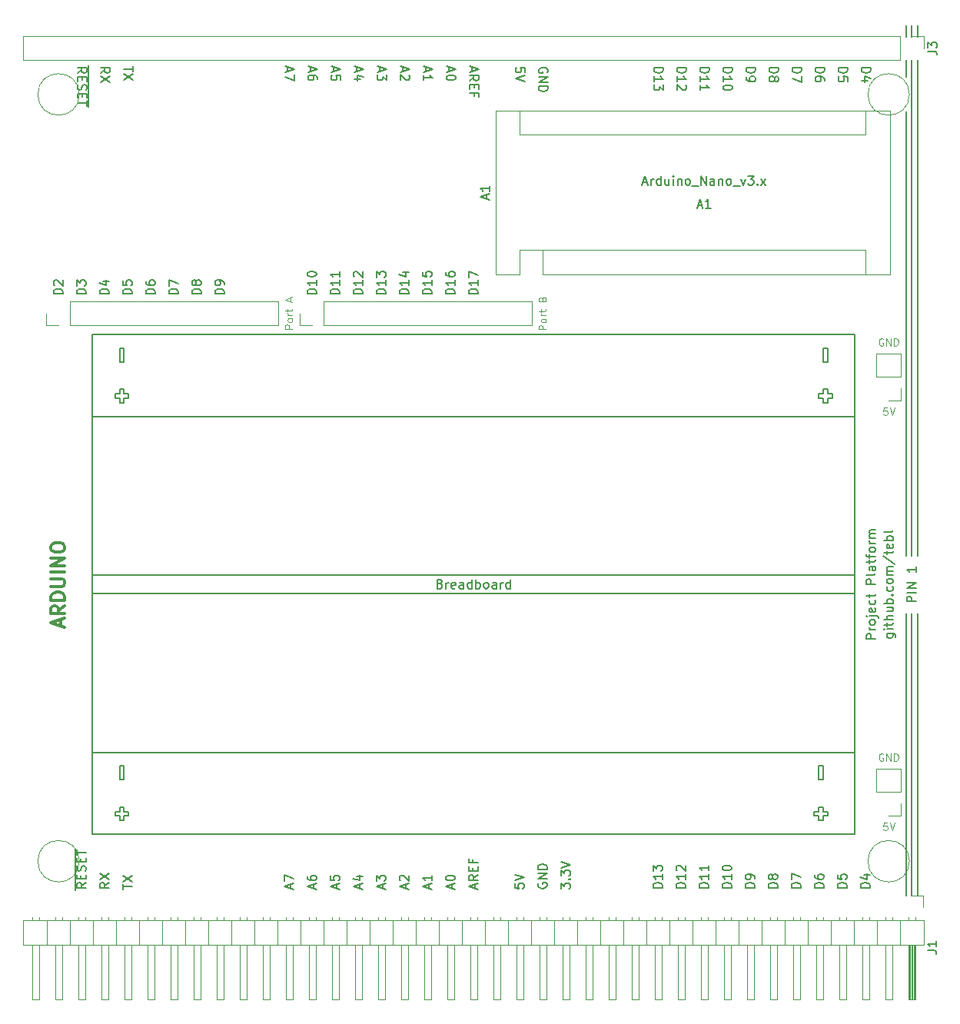
<source format=gto>
G04 #@! TF.FileFunction,Legend,Top*
%FSLAX46Y46*%
G04 Gerber Fmt 4.6, Leading zero omitted, Abs format (unit mm)*
G04 Created by KiCad (PCBNEW 4.0.7) date 01/10/20 21:54:51*
%MOMM*%
%LPD*%
G01*
G04 APERTURE LIST*
%ADD10C,0.100000*%
%ADD11C,0.150000*%
%ADD12C,0.200000*%
%ADD13C,0.300000*%
%ADD14C,0.120000*%
G04 APERTURE END LIST*
D10*
D11*
X150312381Y-77866905D02*
X149312381Y-77866905D01*
X149312381Y-77628810D01*
X149360000Y-77485952D01*
X149455238Y-77390714D01*
X149550476Y-77343095D01*
X149740952Y-77295476D01*
X149883810Y-77295476D01*
X150074286Y-77343095D01*
X150169524Y-77390714D01*
X150264762Y-77485952D01*
X150312381Y-77628810D01*
X150312381Y-77866905D01*
X150312381Y-76343095D02*
X150312381Y-76914524D01*
X150312381Y-76628810D02*
X149312381Y-76628810D01*
X149455238Y-76724048D01*
X149550476Y-76819286D01*
X149598095Y-76914524D01*
X149312381Y-76009762D02*
X149312381Y-75343095D01*
X150312381Y-75771667D01*
X147772381Y-77866905D02*
X146772381Y-77866905D01*
X146772381Y-77628810D01*
X146820000Y-77485952D01*
X146915238Y-77390714D01*
X147010476Y-77343095D01*
X147200952Y-77295476D01*
X147343810Y-77295476D01*
X147534286Y-77343095D01*
X147629524Y-77390714D01*
X147724762Y-77485952D01*
X147772381Y-77628810D01*
X147772381Y-77866905D01*
X147772381Y-76343095D02*
X147772381Y-76914524D01*
X147772381Y-76628810D02*
X146772381Y-76628810D01*
X146915238Y-76724048D01*
X147010476Y-76819286D01*
X147058095Y-76914524D01*
X146772381Y-75485952D02*
X146772381Y-75676429D01*
X146820000Y-75771667D01*
X146867619Y-75819286D01*
X147010476Y-75914524D01*
X147200952Y-75962143D01*
X147581905Y-75962143D01*
X147677143Y-75914524D01*
X147724762Y-75866905D01*
X147772381Y-75771667D01*
X147772381Y-75581190D01*
X147724762Y-75485952D01*
X147677143Y-75438333D01*
X147581905Y-75390714D01*
X147343810Y-75390714D01*
X147248571Y-75438333D01*
X147200952Y-75485952D01*
X147153333Y-75581190D01*
X147153333Y-75771667D01*
X147200952Y-75866905D01*
X147248571Y-75914524D01*
X147343810Y-75962143D01*
X145232381Y-77866905D02*
X144232381Y-77866905D01*
X144232381Y-77628810D01*
X144280000Y-77485952D01*
X144375238Y-77390714D01*
X144470476Y-77343095D01*
X144660952Y-77295476D01*
X144803810Y-77295476D01*
X144994286Y-77343095D01*
X145089524Y-77390714D01*
X145184762Y-77485952D01*
X145232381Y-77628810D01*
X145232381Y-77866905D01*
X145232381Y-76343095D02*
X145232381Y-76914524D01*
X145232381Y-76628810D02*
X144232381Y-76628810D01*
X144375238Y-76724048D01*
X144470476Y-76819286D01*
X144518095Y-76914524D01*
X144232381Y-75438333D02*
X144232381Y-75914524D01*
X144708571Y-75962143D01*
X144660952Y-75914524D01*
X144613333Y-75819286D01*
X144613333Y-75581190D01*
X144660952Y-75485952D01*
X144708571Y-75438333D01*
X144803810Y-75390714D01*
X145041905Y-75390714D01*
X145137143Y-75438333D01*
X145184762Y-75485952D01*
X145232381Y-75581190D01*
X145232381Y-75819286D01*
X145184762Y-75914524D01*
X145137143Y-75962143D01*
X142692381Y-77866905D02*
X141692381Y-77866905D01*
X141692381Y-77628810D01*
X141740000Y-77485952D01*
X141835238Y-77390714D01*
X141930476Y-77343095D01*
X142120952Y-77295476D01*
X142263810Y-77295476D01*
X142454286Y-77343095D01*
X142549524Y-77390714D01*
X142644762Y-77485952D01*
X142692381Y-77628810D01*
X142692381Y-77866905D01*
X142692381Y-76343095D02*
X142692381Y-76914524D01*
X142692381Y-76628810D02*
X141692381Y-76628810D01*
X141835238Y-76724048D01*
X141930476Y-76819286D01*
X141978095Y-76914524D01*
X142025714Y-75485952D02*
X142692381Y-75485952D01*
X141644762Y-75724048D02*
X142359048Y-75962143D01*
X142359048Y-75343095D01*
X140152381Y-77866905D02*
X139152381Y-77866905D01*
X139152381Y-77628810D01*
X139200000Y-77485952D01*
X139295238Y-77390714D01*
X139390476Y-77343095D01*
X139580952Y-77295476D01*
X139723810Y-77295476D01*
X139914286Y-77343095D01*
X140009524Y-77390714D01*
X140104762Y-77485952D01*
X140152381Y-77628810D01*
X140152381Y-77866905D01*
X140152381Y-76343095D02*
X140152381Y-76914524D01*
X140152381Y-76628810D02*
X139152381Y-76628810D01*
X139295238Y-76724048D01*
X139390476Y-76819286D01*
X139438095Y-76914524D01*
X139152381Y-76009762D02*
X139152381Y-75390714D01*
X139533333Y-75724048D01*
X139533333Y-75581190D01*
X139580952Y-75485952D01*
X139628571Y-75438333D01*
X139723810Y-75390714D01*
X139961905Y-75390714D01*
X140057143Y-75438333D01*
X140104762Y-75485952D01*
X140152381Y-75581190D01*
X140152381Y-75866905D01*
X140104762Y-75962143D01*
X140057143Y-76009762D01*
X137612381Y-77866905D02*
X136612381Y-77866905D01*
X136612381Y-77628810D01*
X136660000Y-77485952D01*
X136755238Y-77390714D01*
X136850476Y-77343095D01*
X137040952Y-77295476D01*
X137183810Y-77295476D01*
X137374286Y-77343095D01*
X137469524Y-77390714D01*
X137564762Y-77485952D01*
X137612381Y-77628810D01*
X137612381Y-77866905D01*
X137612381Y-76343095D02*
X137612381Y-76914524D01*
X137612381Y-76628810D02*
X136612381Y-76628810D01*
X136755238Y-76724048D01*
X136850476Y-76819286D01*
X136898095Y-76914524D01*
X136707619Y-75962143D02*
X136660000Y-75914524D01*
X136612381Y-75819286D01*
X136612381Y-75581190D01*
X136660000Y-75485952D01*
X136707619Y-75438333D01*
X136802857Y-75390714D01*
X136898095Y-75390714D01*
X137040952Y-75438333D01*
X137612381Y-76009762D01*
X137612381Y-75390714D01*
X135072381Y-77866905D02*
X134072381Y-77866905D01*
X134072381Y-77628810D01*
X134120000Y-77485952D01*
X134215238Y-77390714D01*
X134310476Y-77343095D01*
X134500952Y-77295476D01*
X134643810Y-77295476D01*
X134834286Y-77343095D01*
X134929524Y-77390714D01*
X135024762Y-77485952D01*
X135072381Y-77628810D01*
X135072381Y-77866905D01*
X135072381Y-76343095D02*
X135072381Y-76914524D01*
X135072381Y-76628810D02*
X134072381Y-76628810D01*
X134215238Y-76724048D01*
X134310476Y-76819286D01*
X134358095Y-76914524D01*
X135072381Y-75390714D02*
X135072381Y-75962143D01*
X135072381Y-75676429D02*
X134072381Y-75676429D01*
X134215238Y-75771667D01*
X134310476Y-75866905D01*
X134358095Y-75962143D01*
X132532381Y-77866905D02*
X131532381Y-77866905D01*
X131532381Y-77628810D01*
X131580000Y-77485952D01*
X131675238Y-77390714D01*
X131770476Y-77343095D01*
X131960952Y-77295476D01*
X132103810Y-77295476D01*
X132294286Y-77343095D01*
X132389524Y-77390714D01*
X132484762Y-77485952D01*
X132532381Y-77628810D01*
X132532381Y-77866905D01*
X132532381Y-76343095D02*
X132532381Y-76914524D01*
X132532381Y-76628810D02*
X131532381Y-76628810D01*
X131675238Y-76724048D01*
X131770476Y-76819286D01*
X131818095Y-76914524D01*
X131532381Y-75724048D02*
X131532381Y-75628809D01*
X131580000Y-75533571D01*
X131627619Y-75485952D01*
X131722857Y-75438333D01*
X131913333Y-75390714D01*
X132151429Y-75390714D01*
X132341905Y-75438333D01*
X132437143Y-75485952D01*
X132484762Y-75533571D01*
X132532381Y-75628809D01*
X132532381Y-75724048D01*
X132484762Y-75819286D01*
X132437143Y-75866905D01*
X132341905Y-75914524D01*
X132151429Y-75962143D01*
X131913333Y-75962143D01*
X131722857Y-75914524D01*
X131627619Y-75866905D01*
X131580000Y-75819286D01*
X131532381Y-75724048D01*
X122372381Y-77866905D02*
X121372381Y-77866905D01*
X121372381Y-77628810D01*
X121420000Y-77485952D01*
X121515238Y-77390714D01*
X121610476Y-77343095D01*
X121800952Y-77295476D01*
X121943810Y-77295476D01*
X122134286Y-77343095D01*
X122229524Y-77390714D01*
X122324762Y-77485952D01*
X122372381Y-77628810D01*
X122372381Y-77866905D01*
X122372381Y-76819286D02*
X122372381Y-76628810D01*
X122324762Y-76533571D01*
X122277143Y-76485952D01*
X122134286Y-76390714D01*
X121943810Y-76343095D01*
X121562857Y-76343095D01*
X121467619Y-76390714D01*
X121420000Y-76438333D01*
X121372381Y-76533571D01*
X121372381Y-76724048D01*
X121420000Y-76819286D01*
X121467619Y-76866905D01*
X121562857Y-76914524D01*
X121800952Y-76914524D01*
X121896190Y-76866905D01*
X121943810Y-76819286D01*
X121991429Y-76724048D01*
X121991429Y-76533571D01*
X121943810Y-76438333D01*
X121896190Y-76390714D01*
X121800952Y-76343095D01*
X119832381Y-77866905D02*
X118832381Y-77866905D01*
X118832381Y-77628810D01*
X118880000Y-77485952D01*
X118975238Y-77390714D01*
X119070476Y-77343095D01*
X119260952Y-77295476D01*
X119403810Y-77295476D01*
X119594286Y-77343095D01*
X119689524Y-77390714D01*
X119784762Y-77485952D01*
X119832381Y-77628810D01*
X119832381Y-77866905D01*
X119260952Y-76724048D02*
X119213333Y-76819286D01*
X119165714Y-76866905D01*
X119070476Y-76914524D01*
X119022857Y-76914524D01*
X118927619Y-76866905D01*
X118880000Y-76819286D01*
X118832381Y-76724048D01*
X118832381Y-76533571D01*
X118880000Y-76438333D01*
X118927619Y-76390714D01*
X119022857Y-76343095D01*
X119070476Y-76343095D01*
X119165714Y-76390714D01*
X119213333Y-76438333D01*
X119260952Y-76533571D01*
X119260952Y-76724048D01*
X119308571Y-76819286D01*
X119356190Y-76866905D01*
X119451429Y-76914524D01*
X119641905Y-76914524D01*
X119737143Y-76866905D01*
X119784762Y-76819286D01*
X119832381Y-76724048D01*
X119832381Y-76533571D01*
X119784762Y-76438333D01*
X119737143Y-76390714D01*
X119641905Y-76343095D01*
X119451429Y-76343095D01*
X119356190Y-76390714D01*
X119308571Y-76438333D01*
X119260952Y-76533571D01*
X117292381Y-77866905D02*
X116292381Y-77866905D01*
X116292381Y-77628810D01*
X116340000Y-77485952D01*
X116435238Y-77390714D01*
X116530476Y-77343095D01*
X116720952Y-77295476D01*
X116863810Y-77295476D01*
X117054286Y-77343095D01*
X117149524Y-77390714D01*
X117244762Y-77485952D01*
X117292381Y-77628810D01*
X117292381Y-77866905D01*
X116292381Y-76962143D02*
X116292381Y-76295476D01*
X117292381Y-76724048D01*
X114752381Y-77866905D02*
X113752381Y-77866905D01*
X113752381Y-77628810D01*
X113800000Y-77485952D01*
X113895238Y-77390714D01*
X113990476Y-77343095D01*
X114180952Y-77295476D01*
X114323810Y-77295476D01*
X114514286Y-77343095D01*
X114609524Y-77390714D01*
X114704762Y-77485952D01*
X114752381Y-77628810D01*
X114752381Y-77866905D01*
X113752381Y-76438333D02*
X113752381Y-76628810D01*
X113800000Y-76724048D01*
X113847619Y-76771667D01*
X113990476Y-76866905D01*
X114180952Y-76914524D01*
X114561905Y-76914524D01*
X114657143Y-76866905D01*
X114704762Y-76819286D01*
X114752381Y-76724048D01*
X114752381Y-76533571D01*
X114704762Y-76438333D01*
X114657143Y-76390714D01*
X114561905Y-76343095D01*
X114323810Y-76343095D01*
X114228571Y-76390714D01*
X114180952Y-76438333D01*
X114133333Y-76533571D01*
X114133333Y-76724048D01*
X114180952Y-76819286D01*
X114228571Y-76866905D01*
X114323810Y-76914524D01*
X112212381Y-77866905D02*
X111212381Y-77866905D01*
X111212381Y-77628810D01*
X111260000Y-77485952D01*
X111355238Y-77390714D01*
X111450476Y-77343095D01*
X111640952Y-77295476D01*
X111783810Y-77295476D01*
X111974286Y-77343095D01*
X112069524Y-77390714D01*
X112164762Y-77485952D01*
X112212381Y-77628810D01*
X112212381Y-77866905D01*
X111212381Y-76390714D02*
X111212381Y-76866905D01*
X111688571Y-76914524D01*
X111640952Y-76866905D01*
X111593333Y-76771667D01*
X111593333Y-76533571D01*
X111640952Y-76438333D01*
X111688571Y-76390714D01*
X111783810Y-76343095D01*
X112021905Y-76343095D01*
X112117143Y-76390714D01*
X112164762Y-76438333D01*
X112212381Y-76533571D01*
X112212381Y-76771667D01*
X112164762Y-76866905D01*
X112117143Y-76914524D01*
X109672381Y-77866905D02*
X108672381Y-77866905D01*
X108672381Y-77628810D01*
X108720000Y-77485952D01*
X108815238Y-77390714D01*
X108910476Y-77343095D01*
X109100952Y-77295476D01*
X109243810Y-77295476D01*
X109434286Y-77343095D01*
X109529524Y-77390714D01*
X109624762Y-77485952D01*
X109672381Y-77628810D01*
X109672381Y-77866905D01*
X109005714Y-76438333D02*
X109672381Y-76438333D01*
X108624762Y-76676429D02*
X109339048Y-76914524D01*
X109339048Y-76295476D01*
X107132381Y-77866905D02*
X106132381Y-77866905D01*
X106132381Y-77628810D01*
X106180000Y-77485952D01*
X106275238Y-77390714D01*
X106370476Y-77343095D01*
X106560952Y-77295476D01*
X106703810Y-77295476D01*
X106894286Y-77343095D01*
X106989524Y-77390714D01*
X107084762Y-77485952D01*
X107132381Y-77628810D01*
X107132381Y-77866905D01*
X106132381Y-76962143D02*
X106132381Y-76343095D01*
X106513333Y-76676429D01*
X106513333Y-76533571D01*
X106560952Y-76438333D01*
X106608571Y-76390714D01*
X106703810Y-76343095D01*
X106941905Y-76343095D01*
X107037143Y-76390714D01*
X107084762Y-76438333D01*
X107132381Y-76533571D01*
X107132381Y-76819286D01*
X107084762Y-76914524D01*
X107037143Y-76962143D01*
X104592381Y-77866905D02*
X103592381Y-77866905D01*
X103592381Y-77628810D01*
X103640000Y-77485952D01*
X103735238Y-77390714D01*
X103830476Y-77343095D01*
X104020952Y-77295476D01*
X104163810Y-77295476D01*
X104354286Y-77343095D01*
X104449524Y-77390714D01*
X104544762Y-77485952D01*
X104592381Y-77628810D01*
X104592381Y-77866905D01*
X103687619Y-76914524D02*
X103640000Y-76866905D01*
X103592381Y-76771667D01*
X103592381Y-76533571D01*
X103640000Y-76438333D01*
X103687619Y-76390714D01*
X103782857Y-76343095D01*
X103878095Y-76343095D01*
X104020952Y-76390714D01*
X104592381Y-76962143D01*
X104592381Y-76343095D01*
X159472381Y-143367143D02*
X159472381Y-142748095D01*
X159853333Y-143081429D01*
X159853333Y-142938571D01*
X159900952Y-142843333D01*
X159948571Y-142795714D01*
X160043810Y-142748095D01*
X160281905Y-142748095D01*
X160377143Y-142795714D01*
X160424762Y-142843333D01*
X160472381Y-142938571D01*
X160472381Y-143224286D01*
X160424762Y-143319524D01*
X160377143Y-143367143D01*
X160377143Y-142319524D02*
X160424762Y-142271905D01*
X160472381Y-142319524D01*
X160424762Y-142367143D01*
X160377143Y-142319524D01*
X160472381Y-142319524D01*
X159472381Y-141938572D02*
X159472381Y-141319524D01*
X159853333Y-141652858D01*
X159853333Y-141510000D01*
X159900952Y-141414762D01*
X159948571Y-141367143D01*
X160043810Y-141319524D01*
X160281905Y-141319524D01*
X160377143Y-141367143D01*
X160424762Y-141414762D01*
X160472381Y-141510000D01*
X160472381Y-141795715D01*
X160424762Y-141890953D01*
X160377143Y-141938572D01*
X159472381Y-141033810D02*
X160472381Y-140700477D01*
X159472381Y-140367143D01*
X193492381Y-143271905D02*
X192492381Y-143271905D01*
X192492381Y-143033810D01*
X192540000Y-142890952D01*
X192635238Y-142795714D01*
X192730476Y-142748095D01*
X192920952Y-142700476D01*
X193063810Y-142700476D01*
X193254286Y-142748095D01*
X193349524Y-142795714D01*
X193444762Y-142890952D01*
X193492381Y-143033810D01*
X193492381Y-143271905D01*
X192825714Y-141843333D02*
X193492381Y-141843333D01*
X192444762Y-142081429D02*
X193159048Y-142319524D01*
X193159048Y-141700476D01*
X190952381Y-143271905D02*
X189952381Y-143271905D01*
X189952381Y-143033810D01*
X190000000Y-142890952D01*
X190095238Y-142795714D01*
X190190476Y-142748095D01*
X190380952Y-142700476D01*
X190523810Y-142700476D01*
X190714286Y-142748095D01*
X190809524Y-142795714D01*
X190904762Y-142890952D01*
X190952381Y-143033810D01*
X190952381Y-143271905D01*
X189952381Y-141795714D02*
X189952381Y-142271905D01*
X190428571Y-142319524D01*
X190380952Y-142271905D01*
X190333333Y-142176667D01*
X190333333Y-141938571D01*
X190380952Y-141843333D01*
X190428571Y-141795714D01*
X190523810Y-141748095D01*
X190761905Y-141748095D01*
X190857143Y-141795714D01*
X190904762Y-141843333D01*
X190952381Y-141938571D01*
X190952381Y-142176667D01*
X190904762Y-142271905D01*
X190857143Y-142319524D01*
X188412381Y-143271905D02*
X187412381Y-143271905D01*
X187412381Y-143033810D01*
X187460000Y-142890952D01*
X187555238Y-142795714D01*
X187650476Y-142748095D01*
X187840952Y-142700476D01*
X187983810Y-142700476D01*
X188174286Y-142748095D01*
X188269524Y-142795714D01*
X188364762Y-142890952D01*
X188412381Y-143033810D01*
X188412381Y-143271905D01*
X187412381Y-141843333D02*
X187412381Y-142033810D01*
X187460000Y-142129048D01*
X187507619Y-142176667D01*
X187650476Y-142271905D01*
X187840952Y-142319524D01*
X188221905Y-142319524D01*
X188317143Y-142271905D01*
X188364762Y-142224286D01*
X188412381Y-142129048D01*
X188412381Y-141938571D01*
X188364762Y-141843333D01*
X188317143Y-141795714D01*
X188221905Y-141748095D01*
X187983810Y-141748095D01*
X187888571Y-141795714D01*
X187840952Y-141843333D01*
X187793333Y-141938571D01*
X187793333Y-142129048D01*
X187840952Y-142224286D01*
X187888571Y-142271905D01*
X187983810Y-142319524D01*
X185872381Y-143271905D02*
X184872381Y-143271905D01*
X184872381Y-143033810D01*
X184920000Y-142890952D01*
X185015238Y-142795714D01*
X185110476Y-142748095D01*
X185300952Y-142700476D01*
X185443810Y-142700476D01*
X185634286Y-142748095D01*
X185729524Y-142795714D01*
X185824762Y-142890952D01*
X185872381Y-143033810D01*
X185872381Y-143271905D01*
X184872381Y-142367143D02*
X184872381Y-141700476D01*
X185872381Y-142129048D01*
X183332381Y-143271905D02*
X182332381Y-143271905D01*
X182332381Y-143033810D01*
X182380000Y-142890952D01*
X182475238Y-142795714D01*
X182570476Y-142748095D01*
X182760952Y-142700476D01*
X182903810Y-142700476D01*
X183094286Y-142748095D01*
X183189524Y-142795714D01*
X183284762Y-142890952D01*
X183332381Y-143033810D01*
X183332381Y-143271905D01*
X182760952Y-142129048D02*
X182713333Y-142224286D01*
X182665714Y-142271905D01*
X182570476Y-142319524D01*
X182522857Y-142319524D01*
X182427619Y-142271905D01*
X182380000Y-142224286D01*
X182332381Y-142129048D01*
X182332381Y-141938571D01*
X182380000Y-141843333D01*
X182427619Y-141795714D01*
X182522857Y-141748095D01*
X182570476Y-141748095D01*
X182665714Y-141795714D01*
X182713333Y-141843333D01*
X182760952Y-141938571D01*
X182760952Y-142129048D01*
X182808571Y-142224286D01*
X182856190Y-142271905D01*
X182951429Y-142319524D01*
X183141905Y-142319524D01*
X183237143Y-142271905D01*
X183284762Y-142224286D01*
X183332381Y-142129048D01*
X183332381Y-141938571D01*
X183284762Y-141843333D01*
X183237143Y-141795714D01*
X183141905Y-141748095D01*
X182951429Y-141748095D01*
X182856190Y-141795714D01*
X182808571Y-141843333D01*
X182760952Y-141938571D01*
X180792381Y-143271905D02*
X179792381Y-143271905D01*
X179792381Y-143033810D01*
X179840000Y-142890952D01*
X179935238Y-142795714D01*
X180030476Y-142748095D01*
X180220952Y-142700476D01*
X180363810Y-142700476D01*
X180554286Y-142748095D01*
X180649524Y-142795714D01*
X180744762Y-142890952D01*
X180792381Y-143033810D01*
X180792381Y-143271905D01*
X180792381Y-142224286D02*
X180792381Y-142033810D01*
X180744762Y-141938571D01*
X180697143Y-141890952D01*
X180554286Y-141795714D01*
X180363810Y-141748095D01*
X179982857Y-141748095D01*
X179887619Y-141795714D01*
X179840000Y-141843333D01*
X179792381Y-141938571D01*
X179792381Y-142129048D01*
X179840000Y-142224286D01*
X179887619Y-142271905D01*
X179982857Y-142319524D01*
X180220952Y-142319524D01*
X180316190Y-142271905D01*
X180363810Y-142224286D01*
X180411429Y-142129048D01*
X180411429Y-141938571D01*
X180363810Y-141843333D01*
X180316190Y-141795714D01*
X180220952Y-141748095D01*
X178252381Y-143271905D02*
X177252381Y-143271905D01*
X177252381Y-143033810D01*
X177300000Y-142890952D01*
X177395238Y-142795714D01*
X177490476Y-142748095D01*
X177680952Y-142700476D01*
X177823810Y-142700476D01*
X178014286Y-142748095D01*
X178109524Y-142795714D01*
X178204762Y-142890952D01*
X178252381Y-143033810D01*
X178252381Y-143271905D01*
X178252381Y-141748095D02*
X178252381Y-142319524D01*
X178252381Y-142033810D02*
X177252381Y-142033810D01*
X177395238Y-142129048D01*
X177490476Y-142224286D01*
X177538095Y-142319524D01*
X177252381Y-141129048D02*
X177252381Y-141033809D01*
X177300000Y-140938571D01*
X177347619Y-140890952D01*
X177442857Y-140843333D01*
X177633333Y-140795714D01*
X177871429Y-140795714D01*
X178061905Y-140843333D01*
X178157143Y-140890952D01*
X178204762Y-140938571D01*
X178252381Y-141033809D01*
X178252381Y-141129048D01*
X178204762Y-141224286D01*
X178157143Y-141271905D01*
X178061905Y-141319524D01*
X177871429Y-141367143D01*
X177633333Y-141367143D01*
X177442857Y-141319524D01*
X177347619Y-141271905D01*
X177300000Y-141224286D01*
X177252381Y-141129048D01*
X175712381Y-143271905D02*
X174712381Y-143271905D01*
X174712381Y-143033810D01*
X174760000Y-142890952D01*
X174855238Y-142795714D01*
X174950476Y-142748095D01*
X175140952Y-142700476D01*
X175283810Y-142700476D01*
X175474286Y-142748095D01*
X175569524Y-142795714D01*
X175664762Y-142890952D01*
X175712381Y-143033810D01*
X175712381Y-143271905D01*
X175712381Y-141748095D02*
X175712381Y-142319524D01*
X175712381Y-142033810D02*
X174712381Y-142033810D01*
X174855238Y-142129048D01*
X174950476Y-142224286D01*
X174998095Y-142319524D01*
X175712381Y-140795714D02*
X175712381Y-141367143D01*
X175712381Y-141081429D02*
X174712381Y-141081429D01*
X174855238Y-141176667D01*
X174950476Y-141271905D01*
X174998095Y-141367143D01*
X173172381Y-143271905D02*
X172172381Y-143271905D01*
X172172381Y-143033810D01*
X172220000Y-142890952D01*
X172315238Y-142795714D01*
X172410476Y-142748095D01*
X172600952Y-142700476D01*
X172743810Y-142700476D01*
X172934286Y-142748095D01*
X173029524Y-142795714D01*
X173124762Y-142890952D01*
X173172381Y-143033810D01*
X173172381Y-143271905D01*
X173172381Y-141748095D02*
X173172381Y-142319524D01*
X173172381Y-142033810D02*
X172172381Y-142033810D01*
X172315238Y-142129048D01*
X172410476Y-142224286D01*
X172458095Y-142319524D01*
X172267619Y-141367143D02*
X172220000Y-141319524D01*
X172172381Y-141224286D01*
X172172381Y-140986190D01*
X172220000Y-140890952D01*
X172267619Y-140843333D01*
X172362857Y-140795714D01*
X172458095Y-140795714D01*
X172600952Y-140843333D01*
X173172381Y-141414762D01*
X173172381Y-140795714D01*
X170632381Y-143271905D02*
X169632381Y-143271905D01*
X169632381Y-143033810D01*
X169680000Y-142890952D01*
X169775238Y-142795714D01*
X169870476Y-142748095D01*
X170060952Y-142700476D01*
X170203810Y-142700476D01*
X170394286Y-142748095D01*
X170489524Y-142795714D01*
X170584762Y-142890952D01*
X170632381Y-143033810D01*
X170632381Y-143271905D01*
X170632381Y-141748095D02*
X170632381Y-142319524D01*
X170632381Y-142033810D02*
X169632381Y-142033810D01*
X169775238Y-142129048D01*
X169870476Y-142224286D01*
X169918095Y-142319524D01*
X169632381Y-141414762D02*
X169632381Y-140795714D01*
X170013333Y-141129048D01*
X170013333Y-140986190D01*
X170060952Y-140890952D01*
X170108571Y-140843333D01*
X170203810Y-140795714D01*
X170441905Y-140795714D01*
X170537143Y-140843333D01*
X170584762Y-140890952D01*
X170632381Y-140986190D01*
X170632381Y-141271905D01*
X170584762Y-141367143D01*
X170537143Y-141414762D01*
X154392381Y-142795714D02*
X154392381Y-143271905D01*
X154868571Y-143319524D01*
X154820952Y-143271905D01*
X154773333Y-143176667D01*
X154773333Y-142938571D01*
X154820952Y-142843333D01*
X154868571Y-142795714D01*
X154963810Y-142748095D01*
X155201905Y-142748095D01*
X155297143Y-142795714D01*
X155344762Y-142843333D01*
X155392381Y-142938571D01*
X155392381Y-143176667D01*
X155344762Y-143271905D01*
X155297143Y-143319524D01*
X154392381Y-142462381D02*
X155392381Y-142129048D01*
X154392381Y-141795714D01*
X150026667Y-143319524D02*
X150026667Y-142843333D01*
X150312381Y-143414762D02*
X149312381Y-143081429D01*
X150312381Y-142748095D01*
X150312381Y-141843333D02*
X149836190Y-142176667D01*
X150312381Y-142414762D02*
X149312381Y-142414762D01*
X149312381Y-142033809D01*
X149360000Y-141938571D01*
X149407619Y-141890952D01*
X149502857Y-141843333D01*
X149645714Y-141843333D01*
X149740952Y-141890952D01*
X149788571Y-141938571D01*
X149836190Y-142033809D01*
X149836190Y-142414762D01*
X149788571Y-141414762D02*
X149788571Y-141081428D01*
X150312381Y-140938571D02*
X150312381Y-141414762D01*
X149312381Y-141414762D01*
X149312381Y-140938571D01*
X149788571Y-140176666D02*
X149788571Y-140510000D01*
X150312381Y-140510000D02*
X149312381Y-140510000D01*
X149312381Y-140033809D01*
X147486667Y-143319524D02*
X147486667Y-142843333D01*
X147772381Y-143414762D02*
X146772381Y-143081429D01*
X147772381Y-142748095D01*
X146772381Y-142224286D02*
X146772381Y-142129047D01*
X146820000Y-142033809D01*
X146867619Y-141986190D01*
X146962857Y-141938571D01*
X147153333Y-141890952D01*
X147391429Y-141890952D01*
X147581905Y-141938571D01*
X147677143Y-141986190D01*
X147724762Y-142033809D01*
X147772381Y-142129047D01*
X147772381Y-142224286D01*
X147724762Y-142319524D01*
X147677143Y-142367143D01*
X147581905Y-142414762D01*
X147391429Y-142462381D01*
X147153333Y-142462381D01*
X146962857Y-142414762D01*
X146867619Y-142367143D01*
X146820000Y-142319524D01*
X146772381Y-142224286D01*
X144946667Y-143319524D02*
X144946667Y-142843333D01*
X145232381Y-143414762D02*
X144232381Y-143081429D01*
X145232381Y-142748095D01*
X145232381Y-141890952D02*
X145232381Y-142462381D01*
X145232381Y-142176667D02*
X144232381Y-142176667D01*
X144375238Y-142271905D01*
X144470476Y-142367143D01*
X144518095Y-142462381D01*
X142406667Y-143319524D02*
X142406667Y-142843333D01*
X142692381Y-143414762D02*
X141692381Y-143081429D01*
X142692381Y-142748095D01*
X141787619Y-142462381D02*
X141740000Y-142414762D01*
X141692381Y-142319524D01*
X141692381Y-142081428D01*
X141740000Y-141986190D01*
X141787619Y-141938571D01*
X141882857Y-141890952D01*
X141978095Y-141890952D01*
X142120952Y-141938571D01*
X142692381Y-142510000D01*
X142692381Y-141890952D01*
X139866667Y-143319524D02*
X139866667Y-142843333D01*
X140152381Y-143414762D02*
X139152381Y-143081429D01*
X140152381Y-142748095D01*
X139152381Y-142510000D02*
X139152381Y-141890952D01*
X139533333Y-142224286D01*
X139533333Y-142081428D01*
X139580952Y-141986190D01*
X139628571Y-141938571D01*
X139723810Y-141890952D01*
X139961905Y-141890952D01*
X140057143Y-141938571D01*
X140104762Y-141986190D01*
X140152381Y-142081428D01*
X140152381Y-142367143D01*
X140104762Y-142462381D01*
X140057143Y-142510000D01*
X137326667Y-143319524D02*
X137326667Y-142843333D01*
X137612381Y-143414762D02*
X136612381Y-143081429D01*
X137612381Y-142748095D01*
X136945714Y-141986190D02*
X137612381Y-141986190D01*
X136564762Y-142224286D02*
X137279048Y-142462381D01*
X137279048Y-141843333D01*
X134786667Y-143319524D02*
X134786667Y-142843333D01*
X135072381Y-143414762D02*
X134072381Y-143081429D01*
X135072381Y-142748095D01*
X134072381Y-141938571D02*
X134072381Y-142414762D01*
X134548571Y-142462381D01*
X134500952Y-142414762D01*
X134453333Y-142319524D01*
X134453333Y-142081428D01*
X134500952Y-141986190D01*
X134548571Y-141938571D01*
X134643810Y-141890952D01*
X134881905Y-141890952D01*
X134977143Y-141938571D01*
X135024762Y-141986190D01*
X135072381Y-142081428D01*
X135072381Y-142319524D01*
X135024762Y-142414762D01*
X134977143Y-142462381D01*
X132246667Y-143319524D02*
X132246667Y-142843333D01*
X132532381Y-143414762D02*
X131532381Y-143081429D01*
X132532381Y-142748095D01*
X131532381Y-141986190D02*
X131532381Y-142176667D01*
X131580000Y-142271905D01*
X131627619Y-142319524D01*
X131770476Y-142414762D01*
X131960952Y-142462381D01*
X132341905Y-142462381D01*
X132437143Y-142414762D01*
X132484762Y-142367143D01*
X132532381Y-142271905D01*
X132532381Y-142081428D01*
X132484762Y-141986190D01*
X132437143Y-141938571D01*
X132341905Y-141890952D01*
X132103810Y-141890952D01*
X132008571Y-141938571D01*
X131960952Y-141986190D01*
X131913333Y-142081428D01*
X131913333Y-142271905D01*
X131960952Y-142367143D01*
X132008571Y-142414762D01*
X132103810Y-142462381D01*
X129706667Y-143319524D02*
X129706667Y-142843333D01*
X129992381Y-143414762D02*
X128992381Y-143081429D01*
X129992381Y-142748095D01*
X128992381Y-142510000D02*
X128992381Y-141843333D01*
X129992381Y-142271905D01*
X111212381Y-143414762D02*
X111212381Y-142843333D01*
X112212381Y-143129048D02*
X111212381Y-143129048D01*
X111212381Y-142605238D02*
X112212381Y-141938571D01*
X111212381Y-141938571D02*
X112212381Y-142605238D01*
X109672381Y-142700476D02*
X109196190Y-143033810D01*
X109672381Y-143271905D02*
X108672381Y-143271905D01*
X108672381Y-142890952D01*
X108720000Y-142795714D01*
X108767619Y-142748095D01*
X108862857Y-142700476D01*
X109005714Y-142700476D01*
X109100952Y-142748095D01*
X109148571Y-142795714D01*
X109196190Y-142890952D01*
X109196190Y-143271905D01*
X108672381Y-142367143D02*
X109672381Y-141700476D01*
X108672381Y-141700476D02*
X109672381Y-142367143D01*
X107132381Y-142700476D02*
X106656190Y-143033810D01*
X107132381Y-143271905D02*
X106132381Y-143271905D01*
X106132381Y-142890952D01*
X106180000Y-142795714D01*
X106227619Y-142748095D01*
X106322857Y-142700476D01*
X106465714Y-142700476D01*
X106560952Y-142748095D01*
X106608571Y-142795714D01*
X106656190Y-142890952D01*
X106656190Y-143271905D01*
X106608571Y-142271905D02*
X106608571Y-141938571D01*
X107132381Y-141795714D02*
X107132381Y-142271905D01*
X106132381Y-142271905D01*
X106132381Y-141795714D01*
X107084762Y-141414762D02*
X107132381Y-141271905D01*
X107132381Y-141033809D01*
X107084762Y-140938571D01*
X107037143Y-140890952D01*
X106941905Y-140843333D01*
X106846667Y-140843333D01*
X106751429Y-140890952D01*
X106703810Y-140938571D01*
X106656190Y-141033809D01*
X106608571Y-141224286D01*
X106560952Y-141319524D01*
X106513333Y-141367143D01*
X106418095Y-141414762D01*
X106322857Y-141414762D01*
X106227619Y-141367143D01*
X106180000Y-141319524D01*
X106132381Y-141224286D01*
X106132381Y-140986190D01*
X106180000Y-140843333D01*
X106608571Y-140414762D02*
X106608571Y-140081428D01*
X107132381Y-139938571D02*
X107132381Y-140414762D01*
X106132381Y-140414762D01*
X106132381Y-139938571D01*
X106132381Y-139652857D02*
X106132381Y-139081428D01*
X107132381Y-139367143D02*
X106132381Y-139367143D01*
X105960000Y-143510000D02*
X105960000Y-138986190D01*
X192587619Y-52943095D02*
X193587619Y-52943095D01*
X193587619Y-53181190D01*
X193540000Y-53324048D01*
X193444762Y-53419286D01*
X193349524Y-53466905D01*
X193159048Y-53514524D01*
X193016190Y-53514524D01*
X192825714Y-53466905D01*
X192730476Y-53419286D01*
X192635238Y-53324048D01*
X192587619Y-53181190D01*
X192587619Y-52943095D01*
X193254286Y-54371667D02*
X192587619Y-54371667D01*
X193635238Y-54133571D02*
X192920952Y-53895476D01*
X192920952Y-54514524D01*
X190047619Y-52943095D02*
X191047619Y-52943095D01*
X191047619Y-53181190D01*
X191000000Y-53324048D01*
X190904762Y-53419286D01*
X190809524Y-53466905D01*
X190619048Y-53514524D01*
X190476190Y-53514524D01*
X190285714Y-53466905D01*
X190190476Y-53419286D01*
X190095238Y-53324048D01*
X190047619Y-53181190D01*
X190047619Y-52943095D01*
X191047619Y-54419286D02*
X191047619Y-53943095D01*
X190571429Y-53895476D01*
X190619048Y-53943095D01*
X190666667Y-54038333D01*
X190666667Y-54276429D01*
X190619048Y-54371667D01*
X190571429Y-54419286D01*
X190476190Y-54466905D01*
X190238095Y-54466905D01*
X190142857Y-54419286D01*
X190095238Y-54371667D01*
X190047619Y-54276429D01*
X190047619Y-54038333D01*
X190095238Y-53943095D01*
X190142857Y-53895476D01*
X187507619Y-52943095D02*
X188507619Y-52943095D01*
X188507619Y-53181190D01*
X188460000Y-53324048D01*
X188364762Y-53419286D01*
X188269524Y-53466905D01*
X188079048Y-53514524D01*
X187936190Y-53514524D01*
X187745714Y-53466905D01*
X187650476Y-53419286D01*
X187555238Y-53324048D01*
X187507619Y-53181190D01*
X187507619Y-52943095D01*
X188507619Y-54371667D02*
X188507619Y-54181190D01*
X188460000Y-54085952D01*
X188412381Y-54038333D01*
X188269524Y-53943095D01*
X188079048Y-53895476D01*
X187698095Y-53895476D01*
X187602857Y-53943095D01*
X187555238Y-53990714D01*
X187507619Y-54085952D01*
X187507619Y-54276429D01*
X187555238Y-54371667D01*
X187602857Y-54419286D01*
X187698095Y-54466905D01*
X187936190Y-54466905D01*
X188031429Y-54419286D01*
X188079048Y-54371667D01*
X188126667Y-54276429D01*
X188126667Y-54085952D01*
X188079048Y-53990714D01*
X188031429Y-53943095D01*
X187936190Y-53895476D01*
X184967619Y-52943095D02*
X185967619Y-52943095D01*
X185967619Y-53181190D01*
X185920000Y-53324048D01*
X185824762Y-53419286D01*
X185729524Y-53466905D01*
X185539048Y-53514524D01*
X185396190Y-53514524D01*
X185205714Y-53466905D01*
X185110476Y-53419286D01*
X185015238Y-53324048D01*
X184967619Y-53181190D01*
X184967619Y-52943095D01*
X185967619Y-53847857D02*
X185967619Y-54514524D01*
X184967619Y-54085952D01*
X149693333Y-52895476D02*
X149693333Y-53371667D01*
X149407619Y-52800238D02*
X150407619Y-53133571D01*
X149407619Y-53466905D01*
X149407619Y-54371667D02*
X149883810Y-54038333D01*
X149407619Y-53800238D02*
X150407619Y-53800238D01*
X150407619Y-54181191D01*
X150360000Y-54276429D01*
X150312381Y-54324048D01*
X150217143Y-54371667D01*
X150074286Y-54371667D01*
X149979048Y-54324048D01*
X149931429Y-54276429D01*
X149883810Y-54181191D01*
X149883810Y-53800238D01*
X149931429Y-54800238D02*
X149931429Y-55133572D01*
X149407619Y-55276429D02*
X149407619Y-54800238D01*
X150407619Y-54800238D01*
X150407619Y-55276429D01*
X149931429Y-56038334D02*
X149931429Y-55705000D01*
X149407619Y-55705000D02*
X150407619Y-55705000D01*
X150407619Y-56181191D01*
X147153333Y-52895476D02*
X147153333Y-53371667D01*
X146867619Y-52800238D02*
X147867619Y-53133571D01*
X146867619Y-53466905D01*
X147867619Y-53990714D02*
X147867619Y-54085953D01*
X147820000Y-54181191D01*
X147772381Y-54228810D01*
X147677143Y-54276429D01*
X147486667Y-54324048D01*
X147248571Y-54324048D01*
X147058095Y-54276429D01*
X146962857Y-54228810D01*
X146915238Y-54181191D01*
X146867619Y-54085953D01*
X146867619Y-53990714D01*
X146915238Y-53895476D01*
X146962857Y-53847857D01*
X147058095Y-53800238D01*
X147248571Y-53752619D01*
X147486667Y-53752619D01*
X147677143Y-53800238D01*
X147772381Y-53847857D01*
X147820000Y-53895476D01*
X147867619Y-53990714D01*
X144613333Y-52895476D02*
X144613333Y-53371667D01*
X144327619Y-52800238D02*
X145327619Y-53133571D01*
X144327619Y-53466905D01*
X144327619Y-54324048D02*
X144327619Y-53752619D01*
X144327619Y-54038333D02*
X145327619Y-54038333D01*
X145184762Y-53943095D01*
X145089524Y-53847857D01*
X145041905Y-53752619D01*
X142073333Y-52895476D02*
X142073333Y-53371667D01*
X141787619Y-52800238D02*
X142787619Y-53133571D01*
X141787619Y-53466905D01*
X142692381Y-53752619D02*
X142740000Y-53800238D01*
X142787619Y-53895476D01*
X142787619Y-54133572D01*
X142740000Y-54228810D01*
X142692381Y-54276429D01*
X142597143Y-54324048D01*
X142501905Y-54324048D01*
X142359048Y-54276429D01*
X141787619Y-53705000D01*
X141787619Y-54324048D01*
X112307619Y-52800238D02*
X112307619Y-53371667D01*
X111307619Y-53085952D02*
X112307619Y-53085952D01*
X112307619Y-53609762D02*
X111307619Y-54276429D01*
X112307619Y-54276429D02*
X111307619Y-53609762D01*
X108767619Y-53514524D02*
X109243810Y-53181190D01*
X108767619Y-52943095D02*
X109767619Y-52943095D01*
X109767619Y-53324048D01*
X109720000Y-53419286D01*
X109672381Y-53466905D01*
X109577143Y-53514524D01*
X109434286Y-53514524D01*
X109339048Y-53466905D01*
X109291429Y-53419286D01*
X109243810Y-53324048D01*
X109243810Y-52943095D01*
X109767619Y-53847857D02*
X108767619Y-54514524D01*
X109767619Y-54514524D02*
X108767619Y-53847857D01*
D12*
X197485000Y-62230000D02*
X197485000Y-80010000D01*
X198120000Y-80010000D02*
X198120000Y-62230000D01*
X198120000Y-62230000D02*
X198120000Y-52070000D01*
X197485000Y-57785000D02*
X197485000Y-62230000D01*
D10*
X194970477Y-128505000D02*
X194894286Y-128466905D01*
X194780001Y-128466905D01*
X194665715Y-128505000D01*
X194589524Y-128581190D01*
X194551429Y-128657381D01*
X194513334Y-128809762D01*
X194513334Y-128924048D01*
X194551429Y-129076429D01*
X194589524Y-129152619D01*
X194665715Y-129228810D01*
X194780001Y-129266905D01*
X194856191Y-129266905D01*
X194970477Y-129228810D01*
X195008572Y-129190714D01*
X195008572Y-128924048D01*
X194856191Y-128924048D01*
X195351429Y-129266905D02*
X195351429Y-128466905D01*
X195808572Y-129266905D01*
X195808572Y-128466905D01*
X196189524Y-129266905D02*
X196189524Y-128466905D01*
X196380000Y-128466905D01*
X196494286Y-128505000D01*
X196570477Y-128581190D01*
X196608572Y-128657381D01*
X196646667Y-128809762D01*
X196646667Y-128924048D01*
X196608572Y-129076429D01*
X196570477Y-129152619D01*
X196494286Y-129228810D01*
X196380000Y-129266905D01*
X196189524Y-129266905D01*
X195427620Y-136086905D02*
X195046667Y-136086905D01*
X195008572Y-136467857D01*
X195046667Y-136429762D01*
X195122858Y-136391667D01*
X195313334Y-136391667D01*
X195389524Y-136429762D01*
X195427620Y-136467857D01*
X195465715Y-136544048D01*
X195465715Y-136734524D01*
X195427620Y-136810714D01*
X195389524Y-136848810D01*
X195313334Y-136886905D01*
X195122858Y-136886905D01*
X195046667Y-136848810D01*
X195008572Y-136810714D01*
X195694286Y-136086905D02*
X195960953Y-136886905D01*
X196227620Y-136086905D01*
X194970477Y-82785000D02*
X194894286Y-82746905D01*
X194780001Y-82746905D01*
X194665715Y-82785000D01*
X194589524Y-82861190D01*
X194551429Y-82937381D01*
X194513334Y-83089762D01*
X194513334Y-83204048D01*
X194551429Y-83356429D01*
X194589524Y-83432619D01*
X194665715Y-83508810D01*
X194780001Y-83546905D01*
X194856191Y-83546905D01*
X194970477Y-83508810D01*
X195008572Y-83470714D01*
X195008572Y-83204048D01*
X194856191Y-83204048D01*
X195351429Y-83546905D02*
X195351429Y-82746905D01*
X195808572Y-83546905D01*
X195808572Y-82746905D01*
X196189524Y-83546905D02*
X196189524Y-82746905D01*
X196380000Y-82746905D01*
X196494286Y-82785000D01*
X196570477Y-82861190D01*
X196608572Y-82937381D01*
X196646667Y-83089762D01*
X196646667Y-83204048D01*
X196608572Y-83356429D01*
X196570477Y-83432619D01*
X196494286Y-83508810D01*
X196380000Y-83546905D01*
X196189524Y-83546905D01*
X195427620Y-90366905D02*
X195046667Y-90366905D01*
X195008572Y-90747857D01*
X195046667Y-90709762D01*
X195122858Y-90671667D01*
X195313334Y-90671667D01*
X195389524Y-90709762D01*
X195427620Y-90747857D01*
X195465715Y-90824048D01*
X195465715Y-91014524D01*
X195427620Y-91090714D01*
X195389524Y-91128810D01*
X195313334Y-91166905D01*
X195122858Y-91166905D01*
X195046667Y-91128810D01*
X195008572Y-91090714D01*
X195694286Y-90366905D02*
X195960953Y-91166905D01*
X196227620Y-90366905D01*
D12*
X197485000Y-52070000D02*
X197485000Y-53975000D01*
X198755000Y-80010000D02*
X198755000Y-52070000D01*
X198755000Y-106680000D02*
X198755000Y-80010000D01*
X198120000Y-80010000D02*
X198120000Y-106680000D01*
X197485000Y-106680000D02*
X197485000Y-80010000D01*
D11*
X182427619Y-52943095D02*
X183427619Y-52943095D01*
X183427619Y-53181190D01*
X183380000Y-53324048D01*
X183284762Y-53419286D01*
X183189524Y-53466905D01*
X182999048Y-53514524D01*
X182856190Y-53514524D01*
X182665714Y-53466905D01*
X182570476Y-53419286D01*
X182475238Y-53324048D01*
X182427619Y-53181190D01*
X182427619Y-52943095D01*
X182999048Y-54085952D02*
X183046667Y-53990714D01*
X183094286Y-53943095D01*
X183189524Y-53895476D01*
X183237143Y-53895476D01*
X183332381Y-53943095D01*
X183380000Y-53990714D01*
X183427619Y-54085952D01*
X183427619Y-54276429D01*
X183380000Y-54371667D01*
X183332381Y-54419286D01*
X183237143Y-54466905D01*
X183189524Y-54466905D01*
X183094286Y-54419286D01*
X183046667Y-54371667D01*
X182999048Y-54276429D01*
X182999048Y-54085952D01*
X182951429Y-53990714D01*
X182903810Y-53943095D01*
X182808571Y-53895476D01*
X182618095Y-53895476D01*
X182522857Y-53943095D01*
X182475238Y-53990714D01*
X182427619Y-54085952D01*
X182427619Y-54276429D01*
X182475238Y-54371667D01*
X182522857Y-54419286D01*
X182618095Y-54466905D01*
X182808571Y-54466905D01*
X182903810Y-54419286D01*
X182951429Y-54371667D01*
X182999048Y-54276429D01*
X179887619Y-52943095D02*
X180887619Y-52943095D01*
X180887619Y-53181190D01*
X180840000Y-53324048D01*
X180744762Y-53419286D01*
X180649524Y-53466905D01*
X180459048Y-53514524D01*
X180316190Y-53514524D01*
X180125714Y-53466905D01*
X180030476Y-53419286D01*
X179935238Y-53324048D01*
X179887619Y-53181190D01*
X179887619Y-52943095D01*
X179887619Y-53990714D02*
X179887619Y-54181190D01*
X179935238Y-54276429D01*
X179982857Y-54324048D01*
X180125714Y-54419286D01*
X180316190Y-54466905D01*
X180697143Y-54466905D01*
X180792381Y-54419286D01*
X180840000Y-54371667D01*
X180887619Y-54276429D01*
X180887619Y-54085952D01*
X180840000Y-53990714D01*
X180792381Y-53943095D01*
X180697143Y-53895476D01*
X180459048Y-53895476D01*
X180363810Y-53943095D01*
X180316190Y-53990714D01*
X180268571Y-54085952D01*
X180268571Y-54276429D01*
X180316190Y-54371667D01*
X180363810Y-54419286D01*
X180459048Y-54466905D01*
X177347619Y-52943095D02*
X178347619Y-52943095D01*
X178347619Y-53181190D01*
X178300000Y-53324048D01*
X178204762Y-53419286D01*
X178109524Y-53466905D01*
X177919048Y-53514524D01*
X177776190Y-53514524D01*
X177585714Y-53466905D01*
X177490476Y-53419286D01*
X177395238Y-53324048D01*
X177347619Y-53181190D01*
X177347619Y-52943095D01*
X177347619Y-54466905D02*
X177347619Y-53895476D01*
X177347619Y-54181190D02*
X178347619Y-54181190D01*
X178204762Y-54085952D01*
X178109524Y-53990714D01*
X178061905Y-53895476D01*
X178347619Y-55085952D02*
X178347619Y-55181191D01*
X178300000Y-55276429D01*
X178252381Y-55324048D01*
X178157143Y-55371667D01*
X177966667Y-55419286D01*
X177728571Y-55419286D01*
X177538095Y-55371667D01*
X177442857Y-55324048D01*
X177395238Y-55276429D01*
X177347619Y-55181191D01*
X177347619Y-55085952D01*
X177395238Y-54990714D01*
X177442857Y-54943095D01*
X177538095Y-54895476D01*
X177728571Y-54847857D01*
X177966667Y-54847857D01*
X178157143Y-54895476D01*
X178252381Y-54943095D01*
X178300000Y-54990714D01*
X178347619Y-55085952D01*
X174807619Y-52943095D02*
X175807619Y-52943095D01*
X175807619Y-53181190D01*
X175760000Y-53324048D01*
X175664762Y-53419286D01*
X175569524Y-53466905D01*
X175379048Y-53514524D01*
X175236190Y-53514524D01*
X175045714Y-53466905D01*
X174950476Y-53419286D01*
X174855238Y-53324048D01*
X174807619Y-53181190D01*
X174807619Y-52943095D01*
X174807619Y-54466905D02*
X174807619Y-53895476D01*
X174807619Y-54181190D02*
X175807619Y-54181190D01*
X175664762Y-54085952D01*
X175569524Y-53990714D01*
X175521905Y-53895476D01*
X174807619Y-55419286D02*
X174807619Y-54847857D01*
X174807619Y-55133571D02*
X175807619Y-55133571D01*
X175664762Y-55038333D01*
X175569524Y-54943095D01*
X175521905Y-54847857D01*
X172267619Y-52943095D02*
X173267619Y-52943095D01*
X173267619Y-53181190D01*
X173220000Y-53324048D01*
X173124762Y-53419286D01*
X173029524Y-53466905D01*
X172839048Y-53514524D01*
X172696190Y-53514524D01*
X172505714Y-53466905D01*
X172410476Y-53419286D01*
X172315238Y-53324048D01*
X172267619Y-53181190D01*
X172267619Y-52943095D01*
X172267619Y-54466905D02*
X172267619Y-53895476D01*
X172267619Y-54181190D02*
X173267619Y-54181190D01*
X173124762Y-54085952D01*
X173029524Y-53990714D01*
X172981905Y-53895476D01*
X173172381Y-54847857D02*
X173220000Y-54895476D01*
X173267619Y-54990714D01*
X173267619Y-55228810D01*
X173220000Y-55324048D01*
X173172381Y-55371667D01*
X173077143Y-55419286D01*
X172981905Y-55419286D01*
X172839048Y-55371667D01*
X172267619Y-54800238D01*
X172267619Y-55419286D01*
X169727619Y-52943095D02*
X170727619Y-52943095D01*
X170727619Y-53181190D01*
X170680000Y-53324048D01*
X170584762Y-53419286D01*
X170489524Y-53466905D01*
X170299048Y-53514524D01*
X170156190Y-53514524D01*
X169965714Y-53466905D01*
X169870476Y-53419286D01*
X169775238Y-53324048D01*
X169727619Y-53181190D01*
X169727619Y-52943095D01*
X169727619Y-54466905D02*
X169727619Y-53895476D01*
X169727619Y-54181190D02*
X170727619Y-54181190D01*
X170584762Y-54085952D01*
X170489524Y-53990714D01*
X170441905Y-53895476D01*
X170727619Y-54800238D02*
X170727619Y-55419286D01*
X170346667Y-55085952D01*
X170346667Y-55228810D01*
X170299048Y-55324048D01*
X170251429Y-55371667D01*
X170156190Y-55419286D01*
X169918095Y-55419286D01*
X169822857Y-55371667D01*
X169775238Y-55324048D01*
X169727619Y-55228810D01*
X169727619Y-54943095D01*
X169775238Y-54847857D01*
X169822857Y-54800238D01*
X157980000Y-53466905D02*
X158027619Y-53371667D01*
X158027619Y-53228810D01*
X157980000Y-53085952D01*
X157884762Y-52990714D01*
X157789524Y-52943095D01*
X157599048Y-52895476D01*
X157456190Y-52895476D01*
X157265714Y-52943095D01*
X157170476Y-52990714D01*
X157075238Y-53085952D01*
X157027619Y-53228810D01*
X157027619Y-53324048D01*
X157075238Y-53466905D01*
X157122857Y-53514524D01*
X157456190Y-53514524D01*
X157456190Y-53324048D01*
X157027619Y-53943095D02*
X158027619Y-53943095D01*
X157027619Y-54514524D01*
X158027619Y-54514524D01*
X157027619Y-54990714D02*
X158027619Y-54990714D01*
X158027619Y-55228809D01*
X157980000Y-55371667D01*
X157884762Y-55466905D01*
X157789524Y-55514524D01*
X157599048Y-55562143D01*
X157456190Y-55562143D01*
X157265714Y-55514524D01*
X157170476Y-55466905D01*
X157075238Y-55371667D01*
X157027619Y-55228809D01*
X157027619Y-54990714D01*
X155487619Y-53419286D02*
X155487619Y-52943095D01*
X155011429Y-52895476D01*
X155059048Y-52943095D01*
X155106667Y-53038333D01*
X155106667Y-53276429D01*
X155059048Y-53371667D01*
X155011429Y-53419286D01*
X154916190Y-53466905D01*
X154678095Y-53466905D01*
X154582857Y-53419286D01*
X154535238Y-53371667D01*
X154487619Y-53276429D01*
X154487619Y-53038333D01*
X154535238Y-52943095D01*
X154582857Y-52895476D01*
X155487619Y-53752619D02*
X154487619Y-54085952D01*
X155487619Y-54419286D01*
X106227619Y-53514524D02*
X106703810Y-53181190D01*
X106227619Y-52943095D02*
X107227619Y-52943095D01*
X107227619Y-53324048D01*
X107180000Y-53419286D01*
X107132381Y-53466905D01*
X107037143Y-53514524D01*
X106894286Y-53514524D01*
X106799048Y-53466905D01*
X106751429Y-53419286D01*
X106703810Y-53324048D01*
X106703810Y-52943095D01*
X106751429Y-53943095D02*
X106751429Y-54276429D01*
X106227619Y-54419286D02*
X106227619Y-53943095D01*
X107227619Y-53943095D01*
X107227619Y-54419286D01*
X106275238Y-54800238D02*
X106227619Y-54943095D01*
X106227619Y-55181191D01*
X106275238Y-55276429D01*
X106322857Y-55324048D01*
X106418095Y-55371667D01*
X106513333Y-55371667D01*
X106608571Y-55324048D01*
X106656190Y-55276429D01*
X106703810Y-55181191D01*
X106751429Y-54990714D01*
X106799048Y-54895476D01*
X106846667Y-54847857D01*
X106941905Y-54800238D01*
X107037143Y-54800238D01*
X107132381Y-54847857D01*
X107180000Y-54895476D01*
X107227619Y-54990714D01*
X107227619Y-55228810D01*
X107180000Y-55371667D01*
X106751429Y-55800238D02*
X106751429Y-56133572D01*
X106227619Y-56276429D02*
X106227619Y-55800238D01*
X107227619Y-55800238D01*
X107227619Y-56276429D01*
X107227619Y-56562143D02*
X107227619Y-57133572D01*
X106227619Y-56847857D02*
X107227619Y-56847857D01*
X107400000Y-52705000D02*
X107400000Y-57228810D01*
X139533333Y-52895476D02*
X139533333Y-53371667D01*
X139247619Y-52800238D02*
X140247619Y-53133571D01*
X139247619Y-53466905D01*
X140247619Y-53705000D02*
X140247619Y-54324048D01*
X139866667Y-53990714D01*
X139866667Y-54133572D01*
X139819048Y-54228810D01*
X139771429Y-54276429D01*
X139676190Y-54324048D01*
X139438095Y-54324048D01*
X139342857Y-54276429D01*
X139295238Y-54228810D01*
X139247619Y-54133572D01*
X139247619Y-53847857D01*
X139295238Y-53752619D01*
X139342857Y-53705000D01*
X136993333Y-52895476D02*
X136993333Y-53371667D01*
X136707619Y-52800238D02*
X137707619Y-53133571D01*
X136707619Y-53466905D01*
X137374286Y-54228810D02*
X136707619Y-54228810D01*
X137755238Y-53990714D02*
X137040952Y-53752619D01*
X137040952Y-54371667D01*
X134453333Y-52895476D02*
X134453333Y-53371667D01*
X134167619Y-52800238D02*
X135167619Y-53133571D01*
X134167619Y-53466905D01*
X135167619Y-54276429D02*
X135167619Y-53800238D01*
X134691429Y-53752619D01*
X134739048Y-53800238D01*
X134786667Y-53895476D01*
X134786667Y-54133572D01*
X134739048Y-54228810D01*
X134691429Y-54276429D01*
X134596190Y-54324048D01*
X134358095Y-54324048D01*
X134262857Y-54276429D01*
X134215238Y-54228810D01*
X134167619Y-54133572D01*
X134167619Y-53895476D01*
X134215238Y-53800238D01*
X134262857Y-53752619D01*
X131913333Y-52895476D02*
X131913333Y-53371667D01*
X131627619Y-52800238D02*
X132627619Y-53133571D01*
X131627619Y-53466905D01*
X132627619Y-54228810D02*
X132627619Y-54038333D01*
X132580000Y-53943095D01*
X132532381Y-53895476D01*
X132389524Y-53800238D01*
X132199048Y-53752619D01*
X131818095Y-53752619D01*
X131722857Y-53800238D01*
X131675238Y-53847857D01*
X131627619Y-53943095D01*
X131627619Y-54133572D01*
X131675238Y-54228810D01*
X131722857Y-54276429D01*
X131818095Y-54324048D01*
X132056190Y-54324048D01*
X132151429Y-54276429D01*
X132199048Y-54228810D01*
X132246667Y-54133572D01*
X132246667Y-53943095D01*
X132199048Y-53847857D01*
X132151429Y-53800238D01*
X132056190Y-53752619D01*
X129373333Y-52895476D02*
X129373333Y-53371667D01*
X129087619Y-52800238D02*
X130087619Y-53133571D01*
X129087619Y-53466905D01*
X130087619Y-53705000D02*
X130087619Y-54371667D01*
X129087619Y-53943095D01*
X156980000Y-142748095D02*
X156932381Y-142843333D01*
X156932381Y-142986190D01*
X156980000Y-143129048D01*
X157075238Y-143224286D01*
X157170476Y-143271905D01*
X157360952Y-143319524D01*
X157503810Y-143319524D01*
X157694286Y-143271905D01*
X157789524Y-143224286D01*
X157884762Y-143129048D01*
X157932381Y-142986190D01*
X157932381Y-142890952D01*
X157884762Y-142748095D01*
X157837143Y-142700476D01*
X157503810Y-142700476D01*
X157503810Y-142890952D01*
X157932381Y-142271905D02*
X156932381Y-142271905D01*
X157932381Y-141700476D01*
X156932381Y-141700476D01*
X157932381Y-141224286D02*
X156932381Y-141224286D01*
X156932381Y-140986191D01*
X156980000Y-140843333D01*
X157075238Y-140748095D01*
X157170476Y-140700476D01*
X157360952Y-140652857D01*
X157503810Y-140652857D01*
X157694286Y-140700476D01*
X157789524Y-140748095D01*
X157884762Y-140843333D01*
X157932381Y-140986191D01*
X157932381Y-141224286D01*
X195365714Y-115259762D02*
X196175238Y-115259762D01*
X196270476Y-115307381D01*
X196318095Y-115355000D01*
X196365714Y-115450239D01*
X196365714Y-115593096D01*
X196318095Y-115688334D01*
X195984762Y-115259762D02*
X196032381Y-115355000D01*
X196032381Y-115545477D01*
X195984762Y-115640715D01*
X195937143Y-115688334D01*
X195841905Y-115735953D01*
X195556190Y-115735953D01*
X195460952Y-115688334D01*
X195413333Y-115640715D01*
X195365714Y-115545477D01*
X195365714Y-115355000D01*
X195413333Y-115259762D01*
X196032381Y-114783572D02*
X195365714Y-114783572D01*
X195032381Y-114783572D02*
X195080000Y-114831191D01*
X195127619Y-114783572D01*
X195080000Y-114735953D01*
X195032381Y-114783572D01*
X195127619Y-114783572D01*
X195365714Y-114450239D02*
X195365714Y-114069287D01*
X195032381Y-114307382D02*
X195889524Y-114307382D01*
X195984762Y-114259763D01*
X196032381Y-114164525D01*
X196032381Y-114069287D01*
X196032381Y-113735953D02*
X195032381Y-113735953D01*
X196032381Y-113307381D02*
X195508571Y-113307381D01*
X195413333Y-113355000D01*
X195365714Y-113450238D01*
X195365714Y-113593096D01*
X195413333Y-113688334D01*
X195460952Y-113735953D01*
X195365714Y-112402619D02*
X196032381Y-112402619D01*
X195365714Y-112831191D02*
X195889524Y-112831191D01*
X195984762Y-112783572D01*
X196032381Y-112688334D01*
X196032381Y-112545476D01*
X195984762Y-112450238D01*
X195937143Y-112402619D01*
X196032381Y-111926429D02*
X195032381Y-111926429D01*
X195413333Y-111926429D02*
X195365714Y-111831191D01*
X195365714Y-111640714D01*
X195413333Y-111545476D01*
X195460952Y-111497857D01*
X195556190Y-111450238D01*
X195841905Y-111450238D01*
X195937143Y-111497857D01*
X195984762Y-111545476D01*
X196032381Y-111640714D01*
X196032381Y-111831191D01*
X195984762Y-111926429D01*
X195937143Y-111021667D02*
X195984762Y-110974048D01*
X196032381Y-111021667D01*
X195984762Y-111069286D01*
X195937143Y-111021667D01*
X196032381Y-111021667D01*
X195984762Y-110116905D02*
X196032381Y-110212143D01*
X196032381Y-110402620D01*
X195984762Y-110497858D01*
X195937143Y-110545477D01*
X195841905Y-110593096D01*
X195556190Y-110593096D01*
X195460952Y-110545477D01*
X195413333Y-110497858D01*
X195365714Y-110402620D01*
X195365714Y-110212143D01*
X195413333Y-110116905D01*
X196032381Y-109545477D02*
X195984762Y-109640715D01*
X195937143Y-109688334D01*
X195841905Y-109735953D01*
X195556190Y-109735953D01*
X195460952Y-109688334D01*
X195413333Y-109640715D01*
X195365714Y-109545477D01*
X195365714Y-109402619D01*
X195413333Y-109307381D01*
X195460952Y-109259762D01*
X195556190Y-109212143D01*
X195841905Y-109212143D01*
X195937143Y-109259762D01*
X195984762Y-109307381D01*
X196032381Y-109402619D01*
X196032381Y-109545477D01*
X196032381Y-108783572D02*
X195365714Y-108783572D01*
X195460952Y-108783572D02*
X195413333Y-108735953D01*
X195365714Y-108640715D01*
X195365714Y-108497857D01*
X195413333Y-108402619D01*
X195508571Y-108355000D01*
X196032381Y-108355000D01*
X195508571Y-108355000D02*
X195413333Y-108307381D01*
X195365714Y-108212143D01*
X195365714Y-108069286D01*
X195413333Y-107974048D01*
X195508571Y-107926429D01*
X196032381Y-107926429D01*
X194984762Y-106735953D02*
X196270476Y-107593096D01*
X195365714Y-106545477D02*
X195365714Y-106164525D01*
X195032381Y-106402620D02*
X195889524Y-106402620D01*
X195984762Y-106355001D01*
X196032381Y-106259763D01*
X196032381Y-106164525D01*
X195984762Y-105450238D02*
X196032381Y-105545476D01*
X196032381Y-105735953D01*
X195984762Y-105831191D01*
X195889524Y-105878810D01*
X195508571Y-105878810D01*
X195413333Y-105831191D01*
X195365714Y-105735953D01*
X195365714Y-105545476D01*
X195413333Y-105450238D01*
X195508571Y-105402619D01*
X195603810Y-105402619D01*
X195699048Y-105878810D01*
X196032381Y-104974048D02*
X195032381Y-104974048D01*
X195413333Y-104974048D02*
X195365714Y-104878810D01*
X195365714Y-104688333D01*
X195413333Y-104593095D01*
X195460952Y-104545476D01*
X195556190Y-104497857D01*
X195841905Y-104497857D01*
X195937143Y-104545476D01*
X195984762Y-104593095D01*
X196032381Y-104688333D01*
X196032381Y-104878810D01*
X195984762Y-104974048D01*
X196032381Y-103926429D02*
X195984762Y-104021667D01*
X195889524Y-104069286D01*
X195032381Y-104069286D01*
X194127381Y-115855001D02*
X193127381Y-115855001D01*
X193127381Y-115474048D01*
X193175000Y-115378810D01*
X193222619Y-115331191D01*
X193317857Y-115283572D01*
X193460714Y-115283572D01*
X193555952Y-115331191D01*
X193603571Y-115378810D01*
X193651190Y-115474048D01*
X193651190Y-115855001D01*
X194127381Y-114855001D02*
X193460714Y-114855001D01*
X193651190Y-114855001D02*
X193555952Y-114807382D01*
X193508333Y-114759763D01*
X193460714Y-114664525D01*
X193460714Y-114569286D01*
X194127381Y-114093096D02*
X194079762Y-114188334D01*
X194032143Y-114235953D01*
X193936905Y-114283572D01*
X193651190Y-114283572D01*
X193555952Y-114235953D01*
X193508333Y-114188334D01*
X193460714Y-114093096D01*
X193460714Y-113950238D01*
X193508333Y-113855000D01*
X193555952Y-113807381D01*
X193651190Y-113759762D01*
X193936905Y-113759762D01*
X194032143Y-113807381D01*
X194079762Y-113855000D01*
X194127381Y-113950238D01*
X194127381Y-114093096D01*
X193460714Y-113331191D02*
X194317857Y-113331191D01*
X194413095Y-113378810D01*
X194460714Y-113474048D01*
X194460714Y-113521667D01*
X193127381Y-113331191D02*
X193175000Y-113378810D01*
X193222619Y-113331191D01*
X193175000Y-113283572D01*
X193127381Y-113331191D01*
X193222619Y-113331191D01*
X194079762Y-112474048D02*
X194127381Y-112569286D01*
X194127381Y-112759763D01*
X194079762Y-112855001D01*
X193984524Y-112902620D01*
X193603571Y-112902620D01*
X193508333Y-112855001D01*
X193460714Y-112759763D01*
X193460714Y-112569286D01*
X193508333Y-112474048D01*
X193603571Y-112426429D01*
X193698810Y-112426429D01*
X193794048Y-112902620D01*
X194079762Y-111569286D02*
X194127381Y-111664524D01*
X194127381Y-111855001D01*
X194079762Y-111950239D01*
X194032143Y-111997858D01*
X193936905Y-112045477D01*
X193651190Y-112045477D01*
X193555952Y-111997858D01*
X193508333Y-111950239D01*
X193460714Y-111855001D01*
X193460714Y-111664524D01*
X193508333Y-111569286D01*
X193460714Y-111283572D02*
X193460714Y-110902620D01*
X193127381Y-111140715D02*
X193984524Y-111140715D01*
X194079762Y-111093096D01*
X194127381Y-110997858D01*
X194127381Y-110902620D01*
X194127381Y-109807381D02*
X193127381Y-109807381D01*
X193127381Y-109426428D01*
X193175000Y-109331190D01*
X193222619Y-109283571D01*
X193317857Y-109235952D01*
X193460714Y-109235952D01*
X193555952Y-109283571D01*
X193603571Y-109331190D01*
X193651190Y-109426428D01*
X193651190Y-109807381D01*
X194127381Y-108664524D02*
X194079762Y-108759762D01*
X193984524Y-108807381D01*
X193127381Y-108807381D01*
X194127381Y-107854999D02*
X193603571Y-107854999D01*
X193508333Y-107902618D01*
X193460714Y-107997856D01*
X193460714Y-108188333D01*
X193508333Y-108283571D01*
X194079762Y-107854999D02*
X194127381Y-107950237D01*
X194127381Y-108188333D01*
X194079762Y-108283571D01*
X193984524Y-108331190D01*
X193889286Y-108331190D01*
X193794048Y-108283571D01*
X193746429Y-108188333D01*
X193746429Y-107950237D01*
X193698810Y-107854999D01*
X193460714Y-107521666D02*
X193460714Y-107140714D01*
X193127381Y-107378809D02*
X193984524Y-107378809D01*
X194079762Y-107331190D01*
X194127381Y-107235952D01*
X194127381Y-107140714D01*
X193460714Y-106950237D02*
X193460714Y-106569285D01*
X194127381Y-106807380D02*
X193270238Y-106807380D01*
X193175000Y-106759761D01*
X193127381Y-106664523D01*
X193127381Y-106569285D01*
X194127381Y-106093094D02*
X194079762Y-106188332D01*
X194032143Y-106235951D01*
X193936905Y-106283570D01*
X193651190Y-106283570D01*
X193555952Y-106235951D01*
X193508333Y-106188332D01*
X193460714Y-106093094D01*
X193460714Y-105950236D01*
X193508333Y-105854998D01*
X193555952Y-105807379D01*
X193651190Y-105759760D01*
X193936905Y-105759760D01*
X194032143Y-105807379D01*
X194079762Y-105854998D01*
X194127381Y-105950236D01*
X194127381Y-106093094D01*
X194127381Y-105331189D02*
X193460714Y-105331189D01*
X193651190Y-105331189D02*
X193555952Y-105283570D01*
X193508333Y-105235951D01*
X193460714Y-105140713D01*
X193460714Y-105045474D01*
X194127381Y-104712141D02*
X193460714Y-104712141D01*
X193555952Y-104712141D02*
X193508333Y-104664522D01*
X193460714Y-104569284D01*
X193460714Y-104426426D01*
X193508333Y-104331188D01*
X193603571Y-104283569D01*
X194127381Y-104283569D01*
X193603571Y-104283569D02*
X193508333Y-104235950D01*
X193460714Y-104140712D01*
X193460714Y-103997855D01*
X193508333Y-103902617D01*
X193603571Y-103854998D01*
X194127381Y-103854998D01*
D13*
X104390000Y-114426429D02*
X104390000Y-113712143D01*
X104818571Y-114569286D02*
X103318571Y-114069286D01*
X104818571Y-113569286D01*
X104818571Y-112212143D02*
X104104286Y-112712143D01*
X104818571Y-113069286D02*
X103318571Y-113069286D01*
X103318571Y-112497858D01*
X103390000Y-112355000D01*
X103461429Y-112283572D01*
X103604286Y-112212143D01*
X103818571Y-112212143D01*
X103961429Y-112283572D01*
X104032857Y-112355000D01*
X104104286Y-112497858D01*
X104104286Y-113069286D01*
X104818571Y-111569286D02*
X103318571Y-111569286D01*
X103318571Y-111212143D01*
X103390000Y-110997858D01*
X103532857Y-110855000D01*
X103675714Y-110783572D01*
X103961429Y-110712143D01*
X104175714Y-110712143D01*
X104461429Y-110783572D01*
X104604286Y-110855000D01*
X104747143Y-110997858D01*
X104818571Y-111212143D01*
X104818571Y-111569286D01*
X103318571Y-110069286D02*
X104532857Y-110069286D01*
X104675714Y-109997858D01*
X104747143Y-109926429D01*
X104818571Y-109783572D01*
X104818571Y-109497858D01*
X104747143Y-109355000D01*
X104675714Y-109283572D01*
X104532857Y-109212143D01*
X103318571Y-109212143D01*
X104818571Y-108497857D02*
X103318571Y-108497857D01*
X104818571Y-107783571D02*
X103318571Y-107783571D01*
X104818571Y-106926428D01*
X103318571Y-106926428D01*
X103318571Y-105926428D02*
X103318571Y-105640714D01*
X103390000Y-105497856D01*
X103532857Y-105354999D01*
X103818571Y-105283571D01*
X104318571Y-105283571D01*
X104604286Y-105354999D01*
X104747143Y-105497856D01*
X104818571Y-105640714D01*
X104818571Y-105926428D01*
X104747143Y-106069285D01*
X104604286Y-106212142D01*
X104318571Y-106283571D01*
X103818571Y-106283571D01*
X103532857Y-106212142D01*
X103390000Y-106069285D01*
X103318571Y-105926428D01*
D12*
X198755000Y-113030000D02*
X198755000Y-144145000D01*
X198120000Y-144145000D02*
X198120000Y-113030000D01*
X197485000Y-113030000D02*
X197485000Y-144145000D01*
X198755000Y-48260000D02*
X198755000Y-49530000D01*
X198120000Y-48260000D02*
X198120000Y-49530000D01*
X197485000Y-49530000D02*
X197485000Y-48260000D01*
D11*
X198572381Y-111735952D02*
X197572381Y-111735952D01*
X197572381Y-111354999D01*
X197620000Y-111259761D01*
X197667619Y-111212142D01*
X197762857Y-111164523D01*
X197905714Y-111164523D01*
X198000952Y-111212142D01*
X198048571Y-111259761D01*
X198096190Y-111354999D01*
X198096190Y-111735952D01*
X198572381Y-110735952D02*
X197572381Y-110735952D01*
X198572381Y-110259762D02*
X197572381Y-110259762D01*
X198572381Y-109688333D01*
X197572381Y-109688333D01*
X198572381Y-107926428D02*
X198572381Y-108497857D01*
X198572381Y-108212143D02*
X197572381Y-108212143D01*
X197715238Y-108307381D01*
X197810476Y-108402619D01*
X197858095Y-108497857D01*
D14*
X199450000Y-146855000D02*
X100270000Y-146855000D01*
X100270000Y-146855000D02*
X100270000Y-149515000D01*
X100270000Y-149515000D02*
X199450000Y-149515000D01*
X199450000Y-149515000D02*
X199450000Y-146855000D01*
X198500000Y-149515000D02*
X198500000Y-155515000D01*
X198500000Y-155515000D02*
X197740000Y-155515000D01*
X197740000Y-155515000D02*
X197740000Y-149515000D01*
X198440000Y-149515000D02*
X198440000Y-155515000D01*
X198320000Y-149515000D02*
X198320000Y-155515000D01*
X198200000Y-149515000D02*
X198200000Y-155515000D01*
X198080000Y-149515000D02*
X198080000Y-155515000D01*
X197960000Y-149515000D02*
X197960000Y-155515000D01*
X197840000Y-149515000D02*
X197840000Y-155515000D01*
X198500000Y-146525000D02*
X198500000Y-146855000D01*
X197740000Y-146525000D02*
X197740000Y-146855000D01*
X196850000Y-146855000D02*
X196850000Y-149515000D01*
X195960000Y-149515000D02*
X195960000Y-155515000D01*
X195960000Y-155515000D02*
X195200000Y-155515000D01*
X195200000Y-155515000D02*
X195200000Y-149515000D01*
X195960000Y-146457929D02*
X195960000Y-146855000D01*
X195200000Y-146457929D02*
X195200000Y-146855000D01*
X194310000Y-146855000D02*
X194310000Y-149515000D01*
X193420000Y-149515000D02*
X193420000Y-155515000D01*
X193420000Y-155515000D02*
X192660000Y-155515000D01*
X192660000Y-155515000D02*
X192660000Y-149515000D01*
X193420000Y-146457929D02*
X193420000Y-146855000D01*
X192660000Y-146457929D02*
X192660000Y-146855000D01*
X191770000Y-146855000D02*
X191770000Y-149515000D01*
X190880000Y-149515000D02*
X190880000Y-155515000D01*
X190880000Y-155515000D02*
X190120000Y-155515000D01*
X190120000Y-155515000D02*
X190120000Y-149515000D01*
X190880000Y-146457929D02*
X190880000Y-146855000D01*
X190120000Y-146457929D02*
X190120000Y-146855000D01*
X189230000Y-146855000D02*
X189230000Y-149515000D01*
X188340000Y-149515000D02*
X188340000Y-155515000D01*
X188340000Y-155515000D02*
X187580000Y-155515000D01*
X187580000Y-155515000D02*
X187580000Y-149515000D01*
X188340000Y-146457929D02*
X188340000Y-146855000D01*
X187580000Y-146457929D02*
X187580000Y-146855000D01*
X186690000Y-146855000D02*
X186690000Y-149515000D01*
X185800000Y-149515000D02*
X185800000Y-155515000D01*
X185800000Y-155515000D02*
X185040000Y-155515000D01*
X185040000Y-155515000D02*
X185040000Y-149515000D01*
X185800000Y-146457929D02*
X185800000Y-146855000D01*
X185040000Y-146457929D02*
X185040000Y-146855000D01*
X184150000Y-146855000D02*
X184150000Y-149515000D01*
X183260000Y-149515000D02*
X183260000Y-155515000D01*
X183260000Y-155515000D02*
X182500000Y-155515000D01*
X182500000Y-155515000D02*
X182500000Y-149515000D01*
X183260000Y-146457929D02*
X183260000Y-146855000D01*
X182500000Y-146457929D02*
X182500000Y-146855000D01*
X181610000Y-146855000D02*
X181610000Y-149515000D01*
X180720000Y-149515000D02*
X180720000Y-155515000D01*
X180720000Y-155515000D02*
X179960000Y-155515000D01*
X179960000Y-155515000D02*
X179960000Y-149515000D01*
X180720000Y-146457929D02*
X180720000Y-146855000D01*
X179960000Y-146457929D02*
X179960000Y-146855000D01*
X179070000Y-146855000D02*
X179070000Y-149515000D01*
X178180000Y-149515000D02*
X178180000Y-155515000D01*
X178180000Y-155515000D02*
X177420000Y-155515000D01*
X177420000Y-155515000D02*
X177420000Y-149515000D01*
X178180000Y-146457929D02*
X178180000Y-146855000D01*
X177420000Y-146457929D02*
X177420000Y-146855000D01*
X176530000Y-146855000D02*
X176530000Y-149515000D01*
X175640000Y-149515000D02*
X175640000Y-155515000D01*
X175640000Y-155515000D02*
X174880000Y-155515000D01*
X174880000Y-155515000D02*
X174880000Y-149515000D01*
X175640000Y-146457929D02*
X175640000Y-146855000D01*
X174880000Y-146457929D02*
X174880000Y-146855000D01*
X173990000Y-146855000D02*
X173990000Y-149515000D01*
X173100000Y-149515000D02*
X173100000Y-155515000D01*
X173100000Y-155515000D02*
X172340000Y-155515000D01*
X172340000Y-155515000D02*
X172340000Y-149515000D01*
X173100000Y-146457929D02*
X173100000Y-146855000D01*
X172340000Y-146457929D02*
X172340000Y-146855000D01*
X171450000Y-146855000D02*
X171450000Y-149515000D01*
X170560000Y-149515000D02*
X170560000Y-155515000D01*
X170560000Y-155515000D02*
X169800000Y-155515000D01*
X169800000Y-155515000D02*
X169800000Y-149515000D01*
X170560000Y-146457929D02*
X170560000Y-146855000D01*
X169800000Y-146457929D02*
X169800000Y-146855000D01*
X168910000Y-146855000D02*
X168910000Y-149515000D01*
X168020000Y-149515000D02*
X168020000Y-155515000D01*
X168020000Y-155515000D02*
X167260000Y-155515000D01*
X167260000Y-155515000D02*
X167260000Y-149515000D01*
X168020000Y-146457929D02*
X168020000Y-146855000D01*
X167260000Y-146457929D02*
X167260000Y-146855000D01*
X166370000Y-146855000D02*
X166370000Y-149515000D01*
X165480000Y-149515000D02*
X165480000Y-155515000D01*
X165480000Y-155515000D02*
X164720000Y-155515000D01*
X164720000Y-155515000D02*
X164720000Y-149515000D01*
X165480000Y-146457929D02*
X165480000Y-146855000D01*
X164720000Y-146457929D02*
X164720000Y-146855000D01*
X163830000Y-146855000D02*
X163830000Y-149515000D01*
X162940000Y-149515000D02*
X162940000Y-155515000D01*
X162940000Y-155515000D02*
X162180000Y-155515000D01*
X162180000Y-155515000D02*
X162180000Y-149515000D01*
X162940000Y-146457929D02*
X162940000Y-146855000D01*
X162180000Y-146457929D02*
X162180000Y-146855000D01*
X161290000Y-146855000D02*
X161290000Y-149515000D01*
X160400000Y-149515000D02*
X160400000Y-155515000D01*
X160400000Y-155515000D02*
X159640000Y-155515000D01*
X159640000Y-155515000D02*
X159640000Y-149515000D01*
X160400000Y-146457929D02*
X160400000Y-146855000D01*
X159640000Y-146457929D02*
X159640000Y-146855000D01*
X158750000Y-146855000D02*
X158750000Y-149515000D01*
X157860000Y-149515000D02*
X157860000Y-155515000D01*
X157860000Y-155515000D02*
X157100000Y-155515000D01*
X157100000Y-155515000D02*
X157100000Y-149515000D01*
X157860000Y-146457929D02*
X157860000Y-146855000D01*
X157100000Y-146457929D02*
X157100000Y-146855000D01*
X156210000Y-146855000D02*
X156210000Y-149515000D01*
X155320000Y-149515000D02*
X155320000Y-155515000D01*
X155320000Y-155515000D02*
X154560000Y-155515000D01*
X154560000Y-155515000D02*
X154560000Y-149515000D01*
X155320000Y-146457929D02*
X155320000Y-146855000D01*
X154560000Y-146457929D02*
X154560000Y-146855000D01*
X153670000Y-146855000D02*
X153670000Y-149515000D01*
X152780000Y-149515000D02*
X152780000Y-155515000D01*
X152780000Y-155515000D02*
X152020000Y-155515000D01*
X152020000Y-155515000D02*
X152020000Y-149515000D01*
X152780000Y-146457929D02*
X152780000Y-146855000D01*
X152020000Y-146457929D02*
X152020000Y-146855000D01*
X151130000Y-146855000D02*
X151130000Y-149515000D01*
X150240000Y-149515000D02*
X150240000Y-155515000D01*
X150240000Y-155515000D02*
X149480000Y-155515000D01*
X149480000Y-155515000D02*
X149480000Y-149515000D01*
X150240000Y-146457929D02*
X150240000Y-146855000D01*
X149480000Y-146457929D02*
X149480000Y-146855000D01*
X148590000Y-146855000D02*
X148590000Y-149515000D01*
X147700000Y-149515000D02*
X147700000Y-155515000D01*
X147700000Y-155515000D02*
X146940000Y-155515000D01*
X146940000Y-155515000D02*
X146940000Y-149515000D01*
X147700000Y-146457929D02*
X147700000Y-146855000D01*
X146940000Y-146457929D02*
X146940000Y-146855000D01*
X146050000Y-146855000D02*
X146050000Y-149515000D01*
X145160000Y-149515000D02*
X145160000Y-155515000D01*
X145160000Y-155515000D02*
X144400000Y-155515000D01*
X144400000Y-155515000D02*
X144400000Y-149515000D01*
X145160000Y-146457929D02*
X145160000Y-146855000D01*
X144400000Y-146457929D02*
X144400000Y-146855000D01*
X143510000Y-146855000D02*
X143510000Y-149515000D01*
X142620000Y-149515000D02*
X142620000Y-155515000D01*
X142620000Y-155515000D02*
X141860000Y-155515000D01*
X141860000Y-155515000D02*
X141860000Y-149515000D01*
X142620000Y-146457929D02*
X142620000Y-146855000D01*
X141860000Y-146457929D02*
X141860000Y-146855000D01*
X140970000Y-146855000D02*
X140970000Y-149515000D01*
X140080000Y-149515000D02*
X140080000Y-155515000D01*
X140080000Y-155515000D02*
X139320000Y-155515000D01*
X139320000Y-155515000D02*
X139320000Y-149515000D01*
X140080000Y-146457929D02*
X140080000Y-146855000D01*
X139320000Y-146457929D02*
X139320000Y-146855000D01*
X138430000Y-146855000D02*
X138430000Y-149515000D01*
X137540000Y-149515000D02*
X137540000Y-155515000D01*
X137540000Y-155515000D02*
X136780000Y-155515000D01*
X136780000Y-155515000D02*
X136780000Y-149515000D01*
X137540000Y-146457929D02*
X137540000Y-146855000D01*
X136780000Y-146457929D02*
X136780000Y-146855000D01*
X135890000Y-146855000D02*
X135890000Y-149515000D01*
X135000000Y-149515000D02*
X135000000Y-155515000D01*
X135000000Y-155515000D02*
X134240000Y-155515000D01*
X134240000Y-155515000D02*
X134240000Y-149515000D01*
X135000000Y-146457929D02*
X135000000Y-146855000D01*
X134240000Y-146457929D02*
X134240000Y-146855000D01*
X133350000Y-146855000D02*
X133350000Y-149515000D01*
X132460000Y-149515000D02*
X132460000Y-155515000D01*
X132460000Y-155515000D02*
X131700000Y-155515000D01*
X131700000Y-155515000D02*
X131700000Y-149515000D01*
X132460000Y-146457929D02*
X132460000Y-146855000D01*
X131700000Y-146457929D02*
X131700000Y-146855000D01*
X130810000Y-146855000D02*
X130810000Y-149515000D01*
X129920000Y-149515000D02*
X129920000Y-155515000D01*
X129920000Y-155515000D02*
X129160000Y-155515000D01*
X129160000Y-155515000D02*
X129160000Y-149515000D01*
X129920000Y-146457929D02*
X129920000Y-146855000D01*
X129160000Y-146457929D02*
X129160000Y-146855000D01*
X128270000Y-146855000D02*
X128270000Y-149515000D01*
X127380000Y-149515000D02*
X127380000Y-155515000D01*
X127380000Y-155515000D02*
X126620000Y-155515000D01*
X126620000Y-155515000D02*
X126620000Y-149515000D01*
X127380000Y-146457929D02*
X127380000Y-146855000D01*
X126620000Y-146457929D02*
X126620000Y-146855000D01*
X125730000Y-146855000D02*
X125730000Y-149515000D01*
X124840000Y-149515000D02*
X124840000Y-155515000D01*
X124840000Y-155515000D02*
X124080000Y-155515000D01*
X124080000Y-155515000D02*
X124080000Y-149515000D01*
X124840000Y-146457929D02*
X124840000Y-146855000D01*
X124080000Y-146457929D02*
X124080000Y-146855000D01*
X123190000Y-146855000D02*
X123190000Y-149515000D01*
X122300000Y-149515000D02*
X122300000Y-155515000D01*
X122300000Y-155515000D02*
X121540000Y-155515000D01*
X121540000Y-155515000D02*
X121540000Y-149515000D01*
X122300000Y-146457929D02*
X122300000Y-146855000D01*
X121540000Y-146457929D02*
X121540000Y-146855000D01*
X120650000Y-146855000D02*
X120650000Y-149515000D01*
X119760000Y-149515000D02*
X119760000Y-155515000D01*
X119760000Y-155515000D02*
X119000000Y-155515000D01*
X119000000Y-155515000D02*
X119000000Y-149515000D01*
X119760000Y-146457929D02*
X119760000Y-146855000D01*
X119000000Y-146457929D02*
X119000000Y-146855000D01*
X118110000Y-146855000D02*
X118110000Y-149515000D01*
X117220000Y-149515000D02*
X117220000Y-155515000D01*
X117220000Y-155515000D02*
X116460000Y-155515000D01*
X116460000Y-155515000D02*
X116460000Y-149515000D01*
X117220000Y-146457929D02*
X117220000Y-146855000D01*
X116460000Y-146457929D02*
X116460000Y-146855000D01*
X115570000Y-146855000D02*
X115570000Y-149515000D01*
X114680000Y-149515000D02*
X114680000Y-155515000D01*
X114680000Y-155515000D02*
X113920000Y-155515000D01*
X113920000Y-155515000D02*
X113920000Y-149515000D01*
X114680000Y-146457929D02*
X114680000Y-146855000D01*
X113920000Y-146457929D02*
X113920000Y-146855000D01*
X113030000Y-146855000D02*
X113030000Y-149515000D01*
X112140000Y-149515000D02*
X112140000Y-155515000D01*
X112140000Y-155515000D02*
X111380000Y-155515000D01*
X111380000Y-155515000D02*
X111380000Y-149515000D01*
X112140000Y-146457929D02*
X112140000Y-146855000D01*
X111380000Y-146457929D02*
X111380000Y-146855000D01*
X110490000Y-146855000D02*
X110490000Y-149515000D01*
X109600000Y-149515000D02*
X109600000Y-155515000D01*
X109600000Y-155515000D02*
X108840000Y-155515000D01*
X108840000Y-155515000D02*
X108840000Y-149515000D01*
X109600000Y-146457929D02*
X109600000Y-146855000D01*
X108840000Y-146457929D02*
X108840000Y-146855000D01*
X107950000Y-146855000D02*
X107950000Y-149515000D01*
X107060000Y-149515000D02*
X107060000Y-155515000D01*
X107060000Y-155515000D02*
X106300000Y-155515000D01*
X106300000Y-155515000D02*
X106300000Y-149515000D01*
X107060000Y-146457929D02*
X107060000Y-146855000D01*
X106300000Y-146457929D02*
X106300000Y-146855000D01*
X105410000Y-146855000D02*
X105410000Y-149515000D01*
X104520000Y-149515000D02*
X104520000Y-155515000D01*
X104520000Y-155515000D02*
X103760000Y-155515000D01*
X103760000Y-155515000D02*
X103760000Y-149515000D01*
X104520000Y-146457929D02*
X104520000Y-146855000D01*
X103760000Y-146457929D02*
X103760000Y-146855000D01*
X102870000Y-146855000D02*
X102870000Y-149515000D01*
X101980000Y-149515000D02*
X101980000Y-155515000D01*
X101980000Y-155515000D02*
X101220000Y-155515000D01*
X101220000Y-155515000D02*
X101220000Y-149515000D01*
X101980000Y-146457929D02*
X101980000Y-146855000D01*
X101220000Y-146457929D02*
X101220000Y-146855000D01*
X198120000Y-144145000D02*
X199390000Y-144145000D01*
X199390000Y-144145000D02*
X199390000Y-145415000D01*
X106426000Y-140335000D02*
G75*
G03X106426000Y-140335000I-2286000J0D01*
G01*
X197866000Y-140335000D02*
G75*
G03X197866000Y-140335000I-2286000J0D01*
G01*
X197866000Y-55880000D02*
G75*
G03X197866000Y-55880000I-2286000J0D01*
G01*
X106426000Y-55880000D02*
G75*
G03X106426000Y-55880000I-2286000J0D01*
G01*
X100270000Y-49470000D02*
X100270000Y-52130000D01*
X196850000Y-49470000D02*
X100270000Y-49470000D01*
X196850000Y-52130000D02*
X100270000Y-52130000D01*
X196850000Y-49470000D02*
X196850000Y-52130000D01*
X198120000Y-49470000D02*
X199450000Y-49470000D01*
X199450000Y-49470000D02*
X199450000Y-50800000D01*
D11*
X187860000Y-135855000D02*
X188360000Y-135855000D01*
X188360000Y-135855000D02*
X188360000Y-135355000D01*
X188360000Y-135355000D02*
X188860000Y-135355000D01*
X188860000Y-135355000D02*
X188860000Y-134855000D01*
X188860000Y-134855000D02*
X188360000Y-134855000D01*
X188360000Y-134855000D02*
X188360000Y-134355000D01*
X188360000Y-134355000D02*
X187860000Y-134355000D01*
X187860000Y-134355000D02*
X187860000Y-134855000D01*
X187860000Y-134855000D02*
X187360000Y-134855000D01*
X187360000Y-134855000D02*
X187360000Y-135355000D01*
X187360000Y-135355000D02*
X187860000Y-135355000D01*
X187860000Y-135355000D02*
X187860000Y-135855000D01*
X188360000Y-129855000D02*
X187860000Y-129855000D01*
X187860000Y-129855000D02*
X187860000Y-131355000D01*
X187860000Y-131355000D02*
X188360000Y-131355000D01*
X188360000Y-131355000D02*
X188360000Y-129855000D01*
X188360000Y-89855000D02*
X188860000Y-89855000D01*
X188860000Y-89855000D02*
X188860000Y-89355000D01*
X188860000Y-89355000D02*
X189360000Y-89355000D01*
X189360000Y-89355000D02*
X189360000Y-88855000D01*
X189360000Y-88855000D02*
X188860000Y-88855000D01*
X188860000Y-88855000D02*
X188860000Y-88355000D01*
X188860000Y-88355000D02*
X188360000Y-88355000D01*
X188360000Y-88355000D02*
X188360000Y-88855000D01*
X188360000Y-88855000D02*
X187860000Y-88855000D01*
X187860000Y-88855000D02*
X187860000Y-89355000D01*
X187860000Y-89355000D02*
X188360000Y-89355000D01*
X188360000Y-89355000D02*
X188360000Y-89855000D01*
X188860000Y-83855000D02*
X188360000Y-83855000D01*
X188360000Y-83855000D02*
X188360000Y-85355000D01*
X188360000Y-85355000D02*
X188860000Y-85355000D01*
X188860000Y-85355000D02*
X188860000Y-83855000D01*
X110860000Y-89855000D02*
X111360000Y-89855000D01*
X111360000Y-89855000D02*
X111360000Y-89355000D01*
X111360000Y-89355000D02*
X111860000Y-89355000D01*
X111860000Y-89355000D02*
X111860000Y-88855000D01*
X111860000Y-88855000D02*
X111360000Y-88855000D01*
X111360000Y-88855000D02*
X111360000Y-88355000D01*
X111360000Y-88355000D02*
X110860000Y-88355000D01*
X110860000Y-88355000D02*
X110860000Y-88855000D01*
X110860000Y-88855000D02*
X110360000Y-88855000D01*
X110360000Y-88855000D02*
X110360000Y-89355000D01*
X110360000Y-89355000D02*
X110860000Y-89355000D01*
X110860000Y-89355000D02*
X110860000Y-89855000D01*
X110860000Y-83855000D02*
X110860000Y-85355000D01*
X110860000Y-85355000D02*
X111360000Y-85355000D01*
X111360000Y-85355000D02*
X111360000Y-83855000D01*
X111360000Y-83855000D02*
X110860000Y-83855000D01*
X110860000Y-134355000D02*
X111360000Y-134355000D01*
X111360000Y-134355000D02*
X111360000Y-134855000D01*
X111360000Y-134855000D02*
X111860000Y-134855000D01*
X111860000Y-134855000D02*
X111860000Y-135355000D01*
X111860000Y-135355000D02*
X111360000Y-135355000D01*
X111360000Y-135355000D02*
X111360000Y-135855000D01*
X111360000Y-135855000D02*
X110860000Y-135855000D01*
X110860000Y-135855000D02*
X110860000Y-135355000D01*
X110860000Y-135355000D02*
X110360000Y-135355000D01*
X110360000Y-135355000D02*
X110360000Y-134855000D01*
X110360000Y-134855000D02*
X110860000Y-134855000D01*
X110860000Y-134855000D02*
X110860000Y-134355000D01*
X110860000Y-129855000D02*
X111360000Y-129855000D01*
X111360000Y-129855000D02*
X111360000Y-131355000D01*
X111360000Y-131355000D02*
X110860000Y-131355000D01*
X110860000Y-129855000D02*
X110860000Y-131355000D01*
X191860000Y-108855000D02*
X107860000Y-108855000D01*
X107860000Y-110855000D02*
X191860000Y-110855000D01*
X191860000Y-128355000D02*
X107860000Y-128355000D01*
X191860000Y-91355000D02*
X107860000Y-91355000D01*
X107860000Y-137355000D02*
X191860000Y-137355000D01*
X107860000Y-82355000D02*
X191860000Y-82355000D01*
X107860000Y-109855000D02*
X107860000Y-137355000D01*
X107860000Y-109855000D02*
X107860000Y-82355000D01*
X191860000Y-109855000D02*
X191860000Y-137355000D01*
X191860000Y-109855000D02*
X191860000Y-82355000D01*
D14*
X128330000Y-81340000D02*
X128330000Y-78680000D01*
X105410000Y-81340000D02*
X128330000Y-81340000D01*
X105410000Y-78680000D02*
X128330000Y-78680000D01*
X105410000Y-81340000D02*
X105410000Y-78680000D01*
X104140000Y-81340000D02*
X102810000Y-81340000D01*
X102810000Y-81340000D02*
X102810000Y-80010000D01*
X156270000Y-81340000D02*
X156270000Y-78680000D01*
X133350000Y-81340000D02*
X156270000Y-81340000D01*
X133350000Y-78680000D02*
X156270000Y-78680000D01*
X133350000Y-81340000D02*
X133350000Y-78680000D01*
X132080000Y-81340000D02*
X130750000Y-81340000D01*
X130750000Y-81340000D02*
X130750000Y-80010000D01*
X196910000Y-130115000D02*
X194250000Y-130115000D01*
X196910000Y-132715000D02*
X196910000Y-130115000D01*
X194250000Y-132715000D02*
X194250000Y-130115000D01*
X196910000Y-132715000D02*
X194250000Y-132715000D01*
X196910000Y-133985000D02*
X196910000Y-135315000D01*
X196910000Y-135315000D02*
X195580000Y-135315000D01*
X196910000Y-84395000D02*
X194250000Y-84395000D01*
X196910000Y-86995000D02*
X196910000Y-84395000D01*
X194250000Y-86995000D02*
X194250000Y-84395000D01*
X196910000Y-86995000D02*
X194250000Y-86995000D01*
X196910000Y-88265000D02*
X196910000Y-89595000D01*
X196910000Y-89595000D02*
X195580000Y-89595000D01*
X157480000Y-73025000D02*
X154940000Y-73025000D01*
X154940000Y-73025000D02*
X154940000Y-75695000D01*
X157480000Y-75695000D02*
X195710000Y-75695000D01*
X152270000Y-75695000D02*
X154940000Y-75695000D01*
X154940000Y-60325000D02*
X154940000Y-57655000D01*
X154940000Y-60325000D02*
X193040000Y-60325000D01*
X193040000Y-60325000D02*
X193040000Y-57655000D01*
X157480000Y-73025000D02*
X157480000Y-75695000D01*
X157480000Y-73025000D02*
X193040000Y-73025000D01*
X193040000Y-73025000D02*
X193040000Y-75695000D01*
X195710000Y-75695000D02*
X195710000Y-57655000D01*
X195710000Y-57655000D02*
X152270000Y-57655000D01*
X152270000Y-57655000D02*
X152270000Y-75695000D01*
D11*
X199842381Y-150133333D02*
X200556667Y-150133333D01*
X200699524Y-150180953D01*
X200794762Y-150276191D01*
X200842381Y-150419048D01*
X200842381Y-150514286D01*
X200842381Y-149133333D02*
X200842381Y-149704762D01*
X200842381Y-149419048D02*
X199842381Y-149419048D01*
X199985238Y-149514286D01*
X200080476Y-149609524D01*
X200128095Y-149704762D01*
X199902381Y-51133333D02*
X200616667Y-51133333D01*
X200759524Y-51180953D01*
X200854762Y-51276191D01*
X200902381Y-51419048D01*
X200902381Y-51514286D01*
X199902381Y-50752381D02*
X199902381Y-50133333D01*
X200283333Y-50466667D01*
X200283333Y-50323809D01*
X200330952Y-50228571D01*
X200378571Y-50180952D01*
X200473810Y-50133333D01*
X200711905Y-50133333D01*
X200807143Y-50180952D01*
X200854762Y-50228571D01*
X200902381Y-50323809D01*
X200902381Y-50609524D01*
X200854762Y-50704762D01*
X200807143Y-50752381D01*
X146169524Y-109783571D02*
X146312381Y-109831190D01*
X146360000Y-109878810D01*
X146407619Y-109974048D01*
X146407619Y-110116905D01*
X146360000Y-110212143D01*
X146312381Y-110259762D01*
X146217143Y-110307381D01*
X145836190Y-110307381D01*
X145836190Y-109307381D01*
X146169524Y-109307381D01*
X146264762Y-109355000D01*
X146312381Y-109402619D01*
X146360000Y-109497857D01*
X146360000Y-109593095D01*
X146312381Y-109688333D01*
X146264762Y-109735952D01*
X146169524Y-109783571D01*
X145836190Y-109783571D01*
X146836190Y-110307381D02*
X146836190Y-109640714D01*
X146836190Y-109831190D02*
X146883809Y-109735952D01*
X146931428Y-109688333D01*
X147026666Y-109640714D01*
X147121905Y-109640714D01*
X147836191Y-110259762D02*
X147740953Y-110307381D01*
X147550476Y-110307381D01*
X147455238Y-110259762D01*
X147407619Y-110164524D01*
X147407619Y-109783571D01*
X147455238Y-109688333D01*
X147550476Y-109640714D01*
X147740953Y-109640714D01*
X147836191Y-109688333D01*
X147883810Y-109783571D01*
X147883810Y-109878810D01*
X147407619Y-109974048D01*
X148740953Y-110307381D02*
X148740953Y-109783571D01*
X148693334Y-109688333D01*
X148598096Y-109640714D01*
X148407619Y-109640714D01*
X148312381Y-109688333D01*
X148740953Y-110259762D02*
X148645715Y-110307381D01*
X148407619Y-110307381D01*
X148312381Y-110259762D01*
X148264762Y-110164524D01*
X148264762Y-110069286D01*
X148312381Y-109974048D01*
X148407619Y-109926429D01*
X148645715Y-109926429D01*
X148740953Y-109878810D01*
X149645715Y-110307381D02*
X149645715Y-109307381D01*
X149645715Y-110259762D02*
X149550477Y-110307381D01*
X149360000Y-110307381D01*
X149264762Y-110259762D01*
X149217143Y-110212143D01*
X149169524Y-110116905D01*
X149169524Y-109831190D01*
X149217143Y-109735952D01*
X149264762Y-109688333D01*
X149360000Y-109640714D01*
X149550477Y-109640714D01*
X149645715Y-109688333D01*
X150121905Y-110307381D02*
X150121905Y-109307381D01*
X150121905Y-109688333D02*
X150217143Y-109640714D01*
X150407620Y-109640714D01*
X150502858Y-109688333D01*
X150550477Y-109735952D01*
X150598096Y-109831190D01*
X150598096Y-110116905D01*
X150550477Y-110212143D01*
X150502858Y-110259762D01*
X150407620Y-110307381D01*
X150217143Y-110307381D01*
X150121905Y-110259762D01*
X151169524Y-110307381D02*
X151074286Y-110259762D01*
X151026667Y-110212143D01*
X150979048Y-110116905D01*
X150979048Y-109831190D01*
X151026667Y-109735952D01*
X151074286Y-109688333D01*
X151169524Y-109640714D01*
X151312382Y-109640714D01*
X151407620Y-109688333D01*
X151455239Y-109735952D01*
X151502858Y-109831190D01*
X151502858Y-110116905D01*
X151455239Y-110212143D01*
X151407620Y-110259762D01*
X151312382Y-110307381D01*
X151169524Y-110307381D01*
X152360001Y-110307381D02*
X152360001Y-109783571D01*
X152312382Y-109688333D01*
X152217144Y-109640714D01*
X152026667Y-109640714D01*
X151931429Y-109688333D01*
X152360001Y-110259762D02*
X152264763Y-110307381D01*
X152026667Y-110307381D01*
X151931429Y-110259762D01*
X151883810Y-110164524D01*
X151883810Y-110069286D01*
X151931429Y-109974048D01*
X152026667Y-109926429D01*
X152264763Y-109926429D01*
X152360001Y-109878810D01*
X152836191Y-110307381D02*
X152836191Y-109640714D01*
X152836191Y-109831190D02*
X152883810Y-109735952D01*
X152931429Y-109688333D01*
X153026667Y-109640714D01*
X153121906Y-109640714D01*
X153883811Y-110307381D02*
X153883811Y-109307381D01*
X153883811Y-110259762D02*
X153788573Y-110307381D01*
X153598096Y-110307381D01*
X153502858Y-110259762D01*
X153455239Y-110212143D01*
X153407620Y-110116905D01*
X153407620Y-109831190D01*
X153455239Y-109735952D01*
X153502858Y-109688333D01*
X153598096Y-109640714D01*
X153788573Y-109640714D01*
X153883811Y-109688333D01*
D10*
X129901905Y-81705238D02*
X129101905Y-81705238D01*
X129101905Y-81400476D01*
X129140000Y-81324285D01*
X129178095Y-81286190D01*
X129254286Y-81248095D01*
X129368571Y-81248095D01*
X129444762Y-81286190D01*
X129482857Y-81324285D01*
X129520952Y-81400476D01*
X129520952Y-81705238D01*
X129901905Y-80790952D02*
X129863810Y-80867143D01*
X129825714Y-80905238D01*
X129749524Y-80943333D01*
X129520952Y-80943333D01*
X129444762Y-80905238D01*
X129406667Y-80867143D01*
X129368571Y-80790952D01*
X129368571Y-80676666D01*
X129406667Y-80600476D01*
X129444762Y-80562381D01*
X129520952Y-80524285D01*
X129749524Y-80524285D01*
X129825714Y-80562381D01*
X129863810Y-80600476D01*
X129901905Y-80676666D01*
X129901905Y-80790952D01*
X129901905Y-80181428D02*
X129368571Y-80181428D01*
X129520952Y-80181428D02*
X129444762Y-80143333D01*
X129406667Y-80105237D01*
X129368571Y-80029047D01*
X129368571Y-79952856D01*
X129368571Y-79800476D02*
X129368571Y-79495714D01*
X129101905Y-79686190D02*
X129787619Y-79686190D01*
X129863810Y-79648095D01*
X129901905Y-79571904D01*
X129901905Y-79495714D01*
X129673333Y-78657618D02*
X129673333Y-78276666D01*
X129901905Y-78733809D02*
X129101905Y-78467142D01*
X129901905Y-78200475D01*
X157841905Y-81762381D02*
X157041905Y-81762381D01*
X157041905Y-81457619D01*
X157080000Y-81381428D01*
X157118095Y-81343333D01*
X157194286Y-81305238D01*
X157308571Y-81305238D01*
X157384762Y-81343333D01*
X157422857Y-81381428D01*
X157460952Y-81457619D01*
X157460952Y-81762381D01*
X157841905Y-80848095D02*
X157803810Y-80924286D01*
X157765714Y-80962381D01*
X157689524Y-81000476D01*
X157460952Y-81000476D01*
X157384762Y-80962381D01*
X157346667Y-80924286D01*
X157308571Y-80848095D01*
X157308571Y-80733809D01*
X157346667Y-80657619D01*
X157384762Y-80619524D01*
X157460952Y-80581428D01*
X157689524Y-80581428D01*
X157765714Y-80619524D01*
X157803810Y-80657619D01*
X157841905Y-80733809D01*
X157841905Y-80848095D01*
X157841905Y-80238571D02*
X157308571Y-80238571D01*
X157460952Y-80238571D02*
X157384762Y-80200476D01*
X157346667Y-80162380D01*
X157308571Y-80086190D01*
X157308571Y-80009999D01*
X157308571Y-79857619D02*
X157308571Y-79552857D01*
X157041905Y-79743333D02*
X157727619Y-79743333D01*
X157803810Y-79705238D01*
X157841905Y-79629047D01*
X157841905Y-79552857D01*
X157422857Y-78409999D02*
X157460952Y-78295713D01*
X157499048Y-78257618D01*
X157575238Y-78219523D01*
X157689524Y-78219523D01*
X157765714Y-78257618D01*
X157803810Y-78295713D01*
X157841905Y-78371904D01*
X157841905Y-78676666D01*
X157041905Y-78676666D01*
X157041905Y-78409999D01*
X157080000Y-78333809D01*
X157118095Y-78295713D01*
X157194286Y-78257618D01*
X157270476Y-78257618D01*
X157346667Y-78295713D01*
X157384762Y-78333809D01*
X157422857Y-78409999D01*
X157422857Y-78676666D01*
D11*
X151296667Y-67389286D02*
X151296667Y-66913095D01*
X151582381Y-67484524D02*
X150582381Y-67151191D01*
X151582381Y-66817857D01*
X151582381Y-65960714D02*
X151582381Y-66532143D01*
X151582381Y-66246429D02*
X150582381Y-66246429D01*
X150725238Y-66341667D01*
X150820476Y-66436905D01*
X150868095Y-66532143D01*
X168521904Y-65571667D02*
X168998095Y-65571667D01*
X168426666Y-65857381D02*
X168759999Y-64857381D01*
X169093333Y-65857381D01*
X169426666Y-65857381D02*
X169426666Y-65190714D01*
X169426666Y-65381190D02*
X169474285Y-65285952D01*
X169521904Y-65238333D01*
X169617142Y-65190714D01*
X169712381Y-65190714D01*
X170474286Y-65857381D02*
X170474286Y-64857381D01*
X170474286Y-65809762D02*
X170379048Y-65857381D01*
X170188571Y-65857381D01*
X170093333Y-65809762D01*
X170045714Y-65762143D01*
X169998095Y-65666905D01*
X169998095Y-65381190D01*
X170045714Y-65285952D01*
X170093333Y-65238333D01*
X170188571Y-65190714D01*
X170379048Y-65190714D01*
X170474286Y-65238333D01*
X171379048Y-65190714D02*
X171379048Y-65857381D01*
X170950476Y-65190714D02*
X170950476Y-65714524D01*
X170998095Y-65809762D01*
X171093333Y-65857381D01*
X171236191Y-65857381D01*
X171331429Y-65809762D01*
X171379048Y-65762143D01*
X171855238Y-65857381D02*
X171855238Y-65190714D01*
X171855238Y-64857381D02*
X171807619Y-64905000D01*
X171855238Y-64952619D01*
X171902857Y-64905000D01*
X171855238Y-64857381D01*
X171855238Y-64952619D01*
X172331428Y-65190714D02*
X172331428Y-65857381D01*
X172331428Y-65285952D02*
X172379047Y-65238333D01*
X172474285Y-65190714D01*
X172617143Y-65190714D01*
X172712381Y-65238333D01*
X172760000Y-65333571D01*
X172760000Y-65857381D01*
X173379047Y-65857381D02*
X173283809Y-65809762D01*
X173236190Y-65762143D01*
X173188571Y-65666905D01*
X173188571Y-65381190D01*
X173236190Y-65285952D01*
X173283809Y-65238333D01*
X173379047Y-65190714D01*
X173521905Y-65190714D01*
X173617143Y-65238333D01*
X173664762Y-65285952D01*
X173712381Y-65381190D01*
X173712381Y-65666905D01*
X173664762Y-65762143D01*
X173617143Y-65809762D01*
X173521905Y-65857381D01*
X173379047Y-65857381D01*
X173902857Y-65952619D02*
X174664762Y-65952619D01*
X174902857Y-65857381D02*
X174902857Y-64857381D01*
X175474286Y-65857381D01*
X175474286Y-64857381D01*
X176379048Y-65857381D02*
X176379048Y-65333571D01*
X176331429Y-65238333D01*
X176236191Y-65190714D01*
X176045714Y-65190714D01*
X175950476Y-65238333D01*
X176379048Y-65809762D02*
X176283810Y-65857381D01*
X176045714Y-65857381D01*
X175950476Y-65809762D01*
X175902857Y-65714524D01*
X175902857Y-65619286D01*
X175950476Y-65524048D01*
X176045714Y-65476429D01*
X176283810Y-65476429D01*
X176379048Y-65428810D01*
X176855238Y-65190714D02*
X176855238Y-65857381D01*
X176855238Y-65285952D02*
X176902857Y-65238333D01*
X176998095Y-65190714D01*
X177140953Y-65190714D01*
X177236191Y-65238333D01*
X177283810Y-65333571D01*
X177283810Y-65857381D01*
X177902857Y-65857381D02*
X177807619Y-65809762D01*
X177760000Y-65762143D01*
X177712381Y-65666905D01*
X177712381Y-65381190D01*
X177760000Y-65285952D01*
X177807619Y-65238333D01*
X177902857Y-65190714D01*
X178045715Y-65190714D01*
X178140953Y-65238333D01*
X178188572Y-65285952D01*
X178236191Y-65381190D01*
X178236191Y-65666905D01*
X178188572Y-65762143D01*
X178140953Y-65809762D01*
X178045715Y-65857381D01*
X177902857Y-65857381D01*
X178426667Y-65952619D02*
X179188572Y-65952619D01*
X179331429Y-65190714D02*
X179569524Y-65857381D01*
X179807620Y-65190714D01*
X180093334Y-64857381D02*
X180712382Y-64857381D01*
X180379048Y-65238333D01*
X180521906Y-65238333D01*
X180617144Y-65285952D01*
X180664763Y-65333571D01*
X180712382Y-65428810D01*
X180712382Y-65666905D01*
X180664763Y-65762143D01*
X180617144Y-65809762D01*
X180521906Y-65857381D01*
X180236191Y-65857381D01*
X180140953Y-65809762D01*
X180093334Y-65762143D01*
X181140953Y-65762143D02*
X181188572Y-65809762D01*
X181140953Y-65857381D01*
X181093334Y-65809762D01*
X181140953Y-65762143D01*
X181140953Y-65857381D01*
X181521905Y-65857381D02*
X182045715Y-65190714D01*
X181521905Y-65190714D02*
X182045715Y-65857381D01*
X174545714Y-68111667D02*
X175021905Y-68111667D01*
X174450476Y-68397381D02*
X174783809Y-67397381D01*
X175117143Y-68397381D01*
X175974286Y-68397381D02*
X175402857Y-68397381D01*
X175688571Y-68397381D02*
X175688571Y-67397381D01*
X175593333Y-67540238D01*
X175498095Y-67635476D01*
X175402857Y-67683095D01*
M02*

</source>
